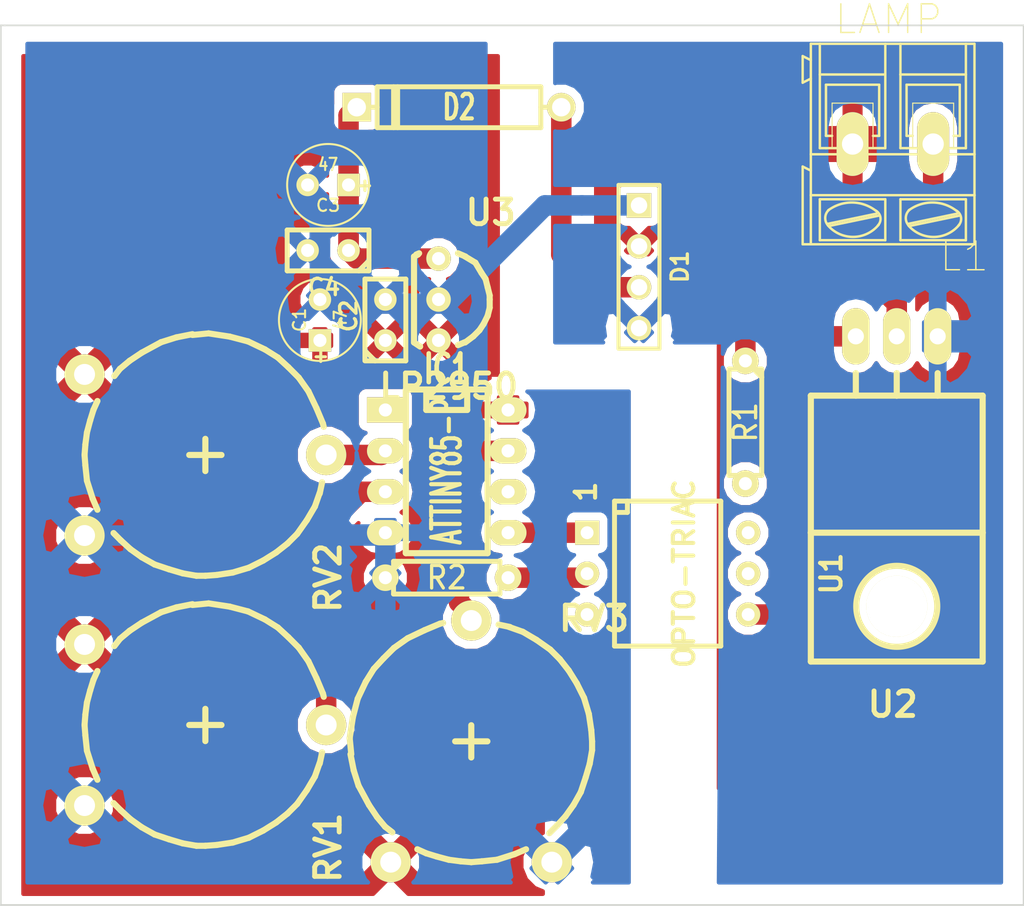
<source format=kicad_pcb>
(kicad_pcb (version 3) (host pcbnew "(2013-11-11 BZR 4454)-product")

  (general
    (links 31)
    (no_connects 1)
    (area 141.427999 70.307999 205.028001 125.018001)
    (thickness 1.6)
    (drawings 5)
    (tracks 49)
    (zones 0)
    (modules 16)
    (nets 19)
  )

  (page A4)
  (layers
    (15 F.Cu signal)
    (0 B.Cu signal)
    (16 B.Adhes user)
    (17 F.Adhes user)
    (18 B.Paste user)
    (19 F.Paste user)
    (20 B.SilkS user)
    (21 F.SilkS user)
    (22 B.Mask user)
    (23 F.Mask user)
    (24 Dwgs.User user)
    (25 Cmts.User user)
    (26 Eco1.User user)
    (27 Eco2.User user)
    (28 Edge.Cuts user)
  )

  (setup
    (last_trace_width 1.27)
    (trace_clearance 0.254)
    (zone_clearance 0.508)
    (zone_45_only no)
    (trace_min 0.254)
    (segment_width 0.2)
    (edge_width 0.1)
    (via_size 0.889)
    (via_drill 0.635)
    (via_min_size 0.889)
    (via_min_drill 0.508)
    (uvia_size 0.508)
    (uvia_drill 0.127)
    (uvias_allowed no)
    (uvia_min_size 0.508)
    (uvia_min_drill 0.127)
    (pcb_text_width 0.3)
    (pcb_text_size 1.5 1.5)
    (mod_edge_width 0.15)
    (mod_text_size 1 1)
    (mod_text_width 0.15)
    (pad_size 2.49936 2.49936)
    (pad_drill 1.30048)
    (pad_to_mask_clearance 0)
    (aux_axis_origin 147.066 121.158)
    (grid_origin 147.066 121.158)
    (visible_elements FFFFFF7F)
    (pcbplotparams
      (layerselection 3178497)
      (usegerberextensions true)
      (excludeedgelayer true)
      (linewidth 0.150000)
      (plotframeref false)
      (viasonmask false)
      (mode 1)
      (useauxorigin false)
      (hpglpennumber 1)
      (hpglpenspeed 20)
      (hpglpendiameter 15)
      (hpglpenoverlay 2)
      (psnegative false)
      (psa4output false)
      (plotreference true)
      (plotvalue true)
      (plotothertext true)
      (plotinvisibletext false)
      (padsonsilk false)
      (subtractmaskfromsilk false)
      (outputformat 1)
      (mirror false)
      (drillshape 1)
      (scaleselection 1)
      (outputdirectory ""))
  )

  (net 0 "")
  (net 1 +12V)
  (net 2 +9V)
  (net 3 -12V)
  (net 4 GND)
  (net 5 "Net-(D1-Pad3)")
  (net 6 "Net-(IC1-Pad1)")
  (net 7 "Net-(IC1-Pad2)")
  (net 8 "Net-(IC1-Pad3)")
  (net 9 "Net-(IC1-Pad5)")
  (net 10 "Net-(IC1-Pad6)")
  (net 11 "Net-(IC1-Pad7)")
  (net 12 "Net-(L1-Pad1)")
  (net 13 "Net-(R1-Pad2)")
  (net 14 "Net-(R2-Pad2)")
  (net 15 "Net-(U1-Pad3)")
  (net 16 "Net-(U1-Pad4)")
  (net 17 "Net-(U1-Pad5)")
  (net 18 VCC)

  (net_class Default "This is the default net class."
    (clearance 0.254)
    (trace_width 1.27)
    (via_dia 0.889)
    (via_drill 0.635)
    (uvia_dia 0.508)
    (uvia_drill 0.127)
    (add_net "")
    (add_net +12V)
    (add_net +9V)
    (add_net -12V)
    (add_net GND)
    (add_net "Net-(D1-Pad3)")
    (add_net "Net-(IC1-Pad1)")
    (add_net "Net-(IC1-Pad2)")
    (add_net "Net-(IC1-Pad3)")
    (add_net "Net-(IC1-Pad5)")
    (add_net "Net-(IC1-Pad6)")
    (add_net "Net-(IC1-Pad7)")
    (add_net "Net-(L1-Pad1)")
    (add_net "Net-(R1-Pad2)")
    (add_net "Net-(R2-Pad2)")
    (add_net "Net-(U1-Pad3)")
    (add_net "Net-(U1-Pad4)")
    (add_net "Net-(U1-Pad5)")
    (add_net VCC)
  )

  (module pin_array:PIN_ARRAY_4x1 (layer F.Cu) (tedit 4C10F42E) (tstamp 536054BF)
    (at 181.102 85.344 270)
    (descr "Double rangee de contacts 2 x 5 pins")
    (tags CONN)
    (path /5350C399)
    (fp_text reference D1 (at 0 -2.54 270) (layer F.SilkS)
      (effects (font (size 1.016 1.016) (thickness 0.2032)))
    )
    (fp_text value BRIDGE (at 0 2.54 270) (layer F.SilkS) hide
      (effects (font (size 1.016 1.016) (thickness 0.2032)))
    )
    (fp_line (start 5.08 1.27) (end -5.08 1.27) (layer F.SilkS) (width 0.254))
    (fp_line (start 5.08 -1.27) (end -5.08 -1.27) (layer F.SilkS) (width 0.254))
    (fp_line (start -5.08 -1.27) (end -5.08 1.27) (layer F.SilkS) (width 0.254))
    (fp_line (start 5.08 1.27) (end 5.08 -1.27) (layer F.SilkS) (width 0.254))
    (pad 1 thru_hole rect (at -3.81 0 270) (size 1.524 1.524) (drill 1.016) (layers *.Cu *.Mask F.SilkS)
      (net 4 GND))
    (pad 2 thru_hole circle (at -1.27 0 270) (size 1.524 1.524) (drill 1.016) (layers *.Cu *.Mask F.SilkS)
      (net 1 +12V))
    (pad 3 thru_hole circle (at 1.27 0 270) (size 1.524 1.524) (drill 1.016) (layers *.Cu *.Mask F.SilkS)
      (net 5 "Net-(D1-Pad3)"))
    (pad 4 thru_hole circle (at 3.81 0 270) (size 1.524 1.524) (drill 1.016) (layers *.Cu *.Mask F.SilkS)
      (net 3 -12V))
    (model pin_array\pins_array_4x1.wrl
      (at (xyz 0 0 0))
      (scale (xyz 1 1 1))
      (rotate (xyz 0 0 0))
    )
  )

  (module dip_sockets:DIP-8__300_ELL (layer F.Cu) (tedit 200000) (tstamp 53607DBF)
    (at 169.164 98.044 270)
    (descr "8 pins DIL package, elliptical pads")
    (tags DIL)
    (path /5350C1D5)
    (fp_text reference IC1 (at -6.35 0 360) (layer F.SilkS)
      (effects (font (size 1.778 1.143) (thickness 0.3048)))
    )
    (fp_text value ATTINY85-P (at 0 0 270) (layer F.SilkS)
      (effects (font (size 1.778 1.016) (thickness 0.3048)))
    )
    (fp_line (start -5.08 -1.27) (end -3.81 -1.27) (layer F.SilkS) (width 0.381))
    (fp_line (start -3.81 -1.27) (end -3.81 1.27) (layer F.SilkS) (width 0.381))
    (fp_line (start -3.81 1.27) (end -5.08 1.27) (layer F.SilkS) (width 0.381))
    (fp_line (start -5.08 -2.54) (end 5.08 -2.54) (layer F.SilkS) (width 0.381))
    (fp_line (start 5.08 -2.54) (end 5.08 2.54) (layer F.SilkS) (width 0.381))
    (fp_line (start 5.08 2.54) (end -5.08 2.54) (layer F.SilkS) (width 0.381))
    (fp_line (start -5.08 2.54) (end -5.08 -2.54) (layer F.SilkS) (width 0.381))
    (pad 1 thru_hole rect (at -3.81 3.81 270) (size 1.5748 2.286) (drill 0.8128) (layers *.Cu *.Mask F.SilkS)
      (net 6 "Net-(IC1-Pad1)"))
    (pad 2 thru_hole oval (at -1.27 3.81 270) (size 1.5748 2.286) (drill 0.8128) (layers *.Cu *.Mask F.SilkS)
      (net 7 "Net-(IC1-Pad2)"))
    (pad 3 thru_hole oval (at 1.27 3.81 270) (size 1.5748 2.286) (drill 0.8128) (layers *.Cu *.Mask F.SilkS)
      (net 8 "Net-(IC1-Pad3)"))
    (pad 4 thru_hole oval (at 3.81 3.81 270) (size 1.5748 2.286) (drill 0.8128) (layers *.Cu *.Mask F.SilkS)
      (net 4 GND))
    (pad 5 thru_hole oval (at 3.81 -3.81 270) (size 1.5748 2.286) (drill 0.8128) (layers *.Cu *.Mask F.SilkS)
      (net 9 "Net-(IC1-Pad5)"))
    (pad 6 thru_hole oval (at 1.27 -3.81 270) (size 1.5748 2.286) (drill 0.8128) (layers *.Cu *.Mask F.SilkS)
      (net 10 "Net-(IC1-Pad6)"))
    (pad 7 thru_hole oval (at -1.27 -3.81 270) (size 1.5748 2.286) (drill 0.8128) (layers *.Cu *.Mask F.SilkS)
      (net 11 "Net-(IC1-Pad7)"))
    (pad 8 thru_hole oval (at -3.81 -3.81 270) (size 1.5748 2.286) (drill 0.8128) (layers *.Cu *.Mask F.SilkS)
      (net 18 VCC))
    (model dil/dil_8.wrl
      (at (xyz 0 0 0))
      (scale (xyz 1 1 1))
      (rotate (xyz 0 0 0))
    )
  )

  (module connect:AK300-2 (layer F.Cu) (tedit 4C5EE07C) (tstamp 53605529)
    (at 196.85 77.724 180)
    (descr CONNECTOR)
    (tags CONNECTOR)
    (path /5350C32F)
    (attr virtual)
    (fp_text reference L1 (at -4.445 -6.985 180) (layer F.SilkS)
      (effects (font (size 1.778 1.778) (thickness 0.0889)))
    )
    (fp_text value LAMP (at 0.254 7.747 180) (layer F.SilkS)
      (effects (font (size 1.778 1.778) (thickness 0.0889)))
    )
    (fp_line (start -3.7846 2.54) (end -1.2446 2.54) (layer F.SilkS) (width 0.06604))
    (fp_line (start -1.2446 2.54) (end -1.2446 -0.254) (layer F.SilkS) (width 0.06604))
    (fp_line (start -3.7846 -0.254) (end -1.2446 -0.254) (layer F.SilkS) (width 0.06604))
    (fp_line (start -3.7846 2.54) (end -3.7846 -0.254) (layer F.SilkS) (width 0.06604))
    (fp_line (start 1.2192 2.54) (end 3.7592 2.54) (layer F.SilkS) (width 0.06604))
    (fp_line (start 3.7592 2.54) (end 3.7592 -0.254) (layer F.SilkS) (width 0.06604))
    (fp_line (start 1.2192 -0.254) (end 3.7592 -0.254) (layer F.SilkS) (width 0.06604))
    (fp_line (start 1.2192 2.54) (end 1.2192 -0.254) (layer F.SilkS) (width 0.06604))
    (fp_line (start 5.08 -6.223) (end 5.08 -3.175) (layer F.SilkS) (width 0.1524))
    (fp_line (start 5.08 -6.223) (end -5.08 -6.223) (layer F.SilkS) (width 0.1524))
    (fp_line (start 5.08 -6.223) (end 5.588 -6.223) (layer F.SilkS) (width 0.1524))
    (fp_line (start 5.588 -6.223) (end 5.588 -1.397) (layer F.SilkS) (width 0.1524))
    (fp_line (start 5.588 -1.397) (end 5.08 -1.651) (layer F.SilkS) (width 0.1524))
    (fp_line (start 5.588 5.461) (end 5.08 5.207) (layer F.SilkS) (width 0.1524))
    (fp_line (start 5.08 5.207) (end 5.08 6.223) (layer F.SilkS) (width 0.1524))
    (fp_line (start 5.588 3.81) (end 5.08 4.064) (layer F.SilkS) (width 0.1524))
    (fp_line (start 5.08 4.064) (end 5.08 5.207) (layer F.SilkS) (width 0.1524))
    (fp_line (start 5.588 3.81) (end 5.588 5.461) (layer F.SilkS) (width 0.1524))
    (fp_line (start 0.4572 6.223) (end 0.4572 4.318) (layer F.SilkS) (width 0.1524))
    (fp_line (start 4.5212 -0.254) (end 4.5212 4.318) (layer F.SilkS) (width 0.1524))
    (fp_line (start 0.4572 6.223) (end 4.5212 6.223) (layer F.SilkS) (width 0.1524))
    (fp_line (start 4.5212 6.223) (end 5.08 6.223) (layer F.SilkS) (width 0.1524))
    (fp_line (start -0.4826 6.223) (end -0.4826 4.318) (layer F.SilkS) (width 0.1524))
    (fp_line (start -0.4826 6.223) (end 0.4572 6.223) (layer F.SilkS) (width 0.1524))
    (fp_line (start -4.5466 -0.254) (end -4.5466 4.318) (layer F.SilkS) (width 0.1524))
    (fp_line (start -5.08 6.223) (end -4.5466 6.223) (layer F.SilkS) (width 0.1524))
    (fp_line (start -4.5466 6.223) (end -0.4826 6.223) (layer F.SilkS) (width 0.1524))
    (fp_line (start 0.4572 4.318) (end 4.5212 4.318) (layer F.SilkS) (width 0.1524))
    (fp_line (start 0.4572 4.318) (end 0.4572 -0.254) (layer F.SilkS) (width 0.1524))
    (fp_line (start 4.5212 4.318) (end 4.5212 6.223) (layer F.SilkS) (width 0.1524))
    (fp_line (start -0.4826 4.318) (end -4.5466 4.318) (layer F.SilkS) (width 0.1524))
    (fp_line (start -0.4826 4.318) (end -0.4826 -0.254) (layer F.SilkS) (width 0.1524))
    (fp_line (start -4.5466 4.318) (end -4.5466 6.223) (layer F.SilkS) (width 0.1524))
    (fp_line (start 4.1402 3.683) (end 4.1402 0.508) (layer F.SilkS) (width 0.1524))
    (fp_line (start 4.1402 3.683) (end 0.8382 3.683) (layer F.SilkS) (width 0.1524))
    (fp_line (start 0.8382 3.683) (end 0.8382 0.508) (layer F.SilkS) (width 0.1524))
    (fp_line (start -0.8636 3.683) (end -0.8636 0.508) (layer F.SilkS) (width 0.1524))
    (fp_line (start -0.8636 3.683) (end -4.1656 3.683) (layer F.SilkS) (width 0.1524))
    (fp_line (start -4.1656 3.683) (end -4.1656 0.508) (layer F.SilkS) (width 0.1524))
    (fp_line (start -4.1656 0.508) (end -3.7846 0.508) (layer F.SilkS) (width 0.1524))
    (fp_line (start -0.8636 0.508) (end -1.2446 0.508) (layer F.SilkS) (width 0.1524))
    (fp_line (start 0.8382 0.508) (end 1.2192 0.508) (layer F.SilkS) (width 0.1524))
    (fp_line (start 4.1402 0.508) (end 3.7592 0.508) (layer F.SilkS) (width 0.1524))
    (fp_line (start -5.08 6.223) (end -5.08 -0.635) (layer F.SilkS) (width 0.1524))
    (fp_line (start -5.08 -0.635) (end -5.08 -3.175) (layer F.SilkS) (width 0.1524))
    (fp_line (start 5.08 -1.651) (end 5.08 -0.635) (layer F.SilkS) (width 0.1524))
    (fp_line (start 5.08 -0.635) (end 5.08 4.064) (layer F.SilkS) (width 0.1524))
    (fp_line (start -5.08 -3.175) (end 5.08 -3.175) (layer F.SilkS) (width 0.1524))
    (fp_line (start -5.08 -3.175) (end -5.08 -6.223) (layer F.SilkS) (width 0.1524))
    (fp_line (start 5.08 -3.175) (end 5.08 -1.651) (layer F.SilkS) (width 0.1524))
    (fp_line (start 0.4572 -3.429) (end 0.4572 -5.969) (layer F.SilkS) (width 0.1524))
    (fp_line (start 0.4572 -5.969) (end 4.5212 -5.969) (layer F.SilkS) (width 0.1524))
    (fp_line (start 4.5212 -5.969) (end 4.5212 -3.429) (layer F.SilkS) (width 0.1524))
    (fp_line (start 4.5212 -3.429) (end 0.4572 -3.429) (layer F.SilkS) (width 0.1524))
    (fp_line (start -0.4826 -3.429) (end -0.4826 -5.969) (layer F.SilkS) (width 0.1524))
    (fp_line (start -0.4826 -3.429) (end -4.5466 -3.429) (layer F.SilkS) (width 0.1524))
    (fp_line (start -4.5466 -3.429) (end -4.5466 -5.969) (layer F.SilkS) (width 0.1524))
    (fp_line (start -0.4826 -5.969) (end -4.5466 -5.969) (layer F.SilkS) (width 0.1524))
    (fp_line (start 0.8636 -4.445) (end 3.9116 -5.08) (layer F.SilkS) (width 0.1524))
    (fp_line (start 0.9906 -4.318) (end 4.0386 -4.953) (layer F.SilkS) (width 0.1524))
    (fp_line (start -4.1402 -4.445) (end -1.08966 -5.08) (layer F.SilkS) (width 0.1524))
    (fp_line (start -4.0132 -4.318) (end -0.9652 -4.953) (layer F.SilkS) (width 0.1524))
    (fp_line (start -4.5466 -0.254) (end -4.1656 -0.254) (layer F.SilkS) (width 0.1524))
    (fp_line (start -0.4826 -0.254) (end -0.8636 -0.254) (layer F.SilkS) (width 0.1524))
    (fp_line (start -0.8636 -0.254) (end -4.1656 -0.254) (layer F.SilkS) (width 0.1524))
    (fp_line (start -5.08 -0.635) (end -4.1656 -0.635) (layer F.SilkS) (width 0.1524))
    (fp_line (start -4.1656 -0.635) (end -0.8636 -0.635) (layer F.SilkS) (width 0.1524))
    (fp_line (start -0.8636 -0.635) (end 0.8382 -0.635) (layer F.SilkS) (width 0.1524))
    (fp_line (start 5.08 -0.635) (end 4.1402 -0.635) (layer F.SilkS) (width 0.1524))
    (fp_line (start 4.1402 -0.635) (end 0.8382 -0.635) (layer F.SilkS) (width 0.1524))
    (fp_line (start 4.5212 -0.254) (end 4.1402 -0.254) (layer F.SilkS) (width 0.1524))
    (fp_line (start 0.4572 -0.254) (end 0.8382 -0.254) (layer F.SilkS) (width 0.1524))
    (fp_line (start 0.8382 -0.254) (end 4.1402 -0.254) (layer F.SilkS) (width 0.1524))
    (fp_arc (start 3.5052 -4.59486) (end 4.01066 -5.05206) (angle 90.5) (layer F.SilkS) (width 0.1524))
    (fp_arc (start 2.54 -6.0706) (end 4.00304 -4.11734) (angle 75.5) (layer F.SilkS) (width 0.1524))
    (fp_arc (start 2.46126 -3.7084) (end 0.8636 -5.0038) (angle 100) (layer F.SilkS) (width 0.1524))
    (fp_arc (start 1.3462 -4.64566) (end 1.05664 -4.1275) (angle 104.2) (layer F.SilkS) (width 0.1524))
    (fp_arc (start -1.4986 -4.59486) (end -0.9906 -5.05206) (angle 90.5) (layer F.SilkS) (width 0.1524))
    (fp_arc (start -2.46126 -6.0706) (end -0.99822 -4.11734) (angle 75.5) (layer F.SilkS) (width 0.1524))
    (fp_arc (start -2.53746 -3.7084) (end -4.1402 -5.0038) (angle 100) (layer F.SilkS) (width 0.1524))
    (fp_arc (start -3.6576 -4.64566) (end -3.94462 -4.1275) (angle 104.2) (layer F.SilkS) (width 0.1524))
    (pad 1 thru_hole oval (at -2.5146 0 180) (size 1.9812 3.9624) (drill 1.3208) (layers *.Cu F.Paste F.SilkS F.Mask)
      (net 12 "Net-(L1-Pad1)"))
    (pad 2 thru_hole oval (at 2.4892 0 180) (size 1.9812 3.9624) (drill 1.3208) (layers *.Cu F.Paste F.SilkS F.Mask)
      (net 1 +12V))
  )

  (module discret:R3-LARGE_PADS (layer F.Cu) (tedit 47E26765) (tstamp 53605537)
    (at 187.706 94.996 270)
    (descr "Resitance 3 pas")
    (tags R)
    (path /5350C20D)
    (autoplace_cost180 10)
    (fp_text reference R1 (at 0 0 270) (layer F.SilkS)
      (effects (font (size 1.397 1.27) (thickness 0.2032)))
    )
    (fp_text value 100 (at 0 0 270) (layer F.SilkS) hide
      (effects (font (size 1.397 1.27) (thickness 0.2032)))
    )
    (fp_line (start -3.81 0) (end -3.302 0) (layer F.SilkS) (width 0.3048))
    (fp_line (start 3.81 0) (end 3.302 0) (layer F.SilkS) (width 0.3048))
    (fp_line (start 3.302 0) (end 3.302 -1.016) (layer F.SilkS) (width 0.3048))
    (fp_line (start 3.302 -1.016) (end -3.302 -1.016) (layer F.SilkS) (width 0.3048))
    (fp_line (start -3.302 -1.016) (end -3.302 1.016) (layer F.SilkS) (width 0.3048))
    (fp_line (start -3.302 1.016) (end 3.302 1.016) (layer F.SilkS) (width 0.3048))
    (fp_line (start 3.302 1.016) (end 3.302 0) (layer F.SilkS) (width 0.3048))
    (fp_line (start -3.302 -0.508) (end -2.794 -1.016) (layer F.SilkS) (width 0.3048))
    (pad 1 thru_hole circle (at -3.81 0 270) (size 1.651 1.651) (drill 0.8128) (layers *.Cu *.Mask F.SilkS)
      (net 12 "Net-(L1-Pad1)"))
    (pad 2 thru_hole circle (at 3.81 0 270) (size 1.651 1.651) (drill 0.8128) (layers *.Cu *.Mask F.SilkS)
      (net 13 "Net-(R1-Pad2)"))
    (model discret/resistor.wrl
      (at (xyz 0 0 0))
      (scale (xyz 0.3 0.3 0.3))
      (rotate (xyz 0 0 0))
    )
  )

  (module discret:R3-LARGE_PADS (layer F.Cu) (tedit 47E26765) (tstamp 53605545)
    (at 169.164 104.648)
    (descr "Resitance 3 pas")
    (tags R)
    (path /53588C7B)
    (autoplace_cost180 10)
    (fp_text reference R2 (at 0 0) (layer F.SilkS)
      (effects (font (size 1.397 1.27) (thickness 0.2032)))
    )
    (fp_text value 330 (at 0 0) (layer F.SilkS) hide
      (effects (font (size 1.397 1.27) (thickness 0.2032)))
    )
    (fp_line (start -3.81 0) (end -3.302 0) (layer F.SilkS) (width 0.3048))
    (fp_line (start 3.81 0) (end 3.302 0) (layer F.SilkS) (width 0.3048))
    (fp_line (start 3.302 0) (end 3.302 -1.016) (layer F.SilkS) (width 0.3048))
    (fp_line (start 3.302 -1.016) (end -3.302 -1.016) (layer F.SilkS) (width 0.3048))
    (fp_line (start -3.302 -1.016) (end -3.302 1.016) (layer F.SilkS) (width 0.3048))
    (fp_line (start -3.302 1.016) (end 3.302 1.016) (layer F.SilkS) (width 0.3048))
    (fp_line (start 3.302 1.016) (end 3.302 0) (layer F.SilkS) (width 0.3048))
    (fp_line (start -3.302 -0.508) (end -2.794 -1.016) (layer F.SilkS) (width 0.3048))
    (pad 1 thru_hole circle (at -3.81 0) (size 1.651 1.651) (drill 0.8128) (layers *.Cu *.Mask F.SilkS)
      (net 4 GND))
    (pad 2 thru_hole circle (at 3.81 0) (size 1.651 1.651) (drill 0.8128) (layers *.Cu *.Mask F.SilkS)
      (net 14 "Net-(R2-Pad2)"))
    (model discret/resistor.wrl
      (at (xyz 0 0 0))
      (scale (xyz 0.3 0.3 0.3))
      (rotate (xyz 0 0 0))
    )
  )

  (module Opto-Devices_RevC_03Oct2012:Optocoupler_6pin_wide_Stile-II_RevA_31Mar2011 (layer F.Cu) (tedit 53607710) (tstamp 5360559B)
    (at 182.88 104.394 270)
    (descr "Optocoupler, 6pin,  wide (10mm pin, 8mm Pad), like CNY17, RevA, 31Mar2011")
    (tags "Optocoupler, 6pin,  wide (10mm pin, 8mm Pad), like CNY17, RevA, 31Mar2011")
    (path /5350C1A2)
    (fp_text reference U1 (at 0 -10.16 270) (layer F.SilkS)
      (effects (font (size 1.27 1.27) (thickness 0.254)))
    )
    (fp_text value OPTO-TRIAC (at 0 -1.016 270) (layer F.SilkS)
      (effects (font (size 1.27 1.27) (thickness 0.254)))
    )
    (fp_text user 1 (at -5.08 5.08 270) (layer F.SilkS)
      (effects (font (size 1.27 1.27) (thickness 0.254)))
    )
    (fp_line (start -4.50088 2.49936) (end -3.79984 2.49936) (layer F.SilkS) (width 0.3048))
    (fp_line (start -3.79984 2.49936) (end -3.79984 3.2004) (layer F.SilkS) (width 0.3048))
    (fp_line (start -4.50088 -3.29946) (end 4.50088 -3.29946) (layer F.SilkS) (width 0.3048))
    (fp_line (start 4.50088 -3.29946) (end 4.50088 3.29946) (layer F.SilkS) (width 0.3048))
    (fp_line (start 4.50088 3.29946) (end -4.50088 3.29946) (layer F.SilkS) (width 0.3048))
    (fp_line (start -4.50088 3.29946) (end -4.50088 -3.29946) (layer F.SilkS) (width 0.3048))
    (pad 1 thru_hole rect (at -2.54 5.00126 270) (size 1.50114 1.50114) (drill 0.8001) (layers *.Cu *.Mask F.SilkS)
      (net 9 "Net-(IC1-Pad5)"))
    (pad 2 thru_hole circle (at 0 5.00126 270) (size 1.50114 1.50114) (drill 0.8001) (layers *.Cu *.Mask F.SilkS)
      (net 14 "Net-(R2-Pad2)"))
    (pad 3 thru_hole circle (at 2.54 5.00126 270) (size 1.50114 1.50114) (drill 0.8001) (layers *.Cu *.Mask F.SilkS)
      (net 15 "Net-(U1-Pad3)"))
    (pad 4 thru_hole circle (at 2.54 -4.99872 270) (size 1.50114 1.50114) (drill 0.8001) (layers *.Cu *.Mask F.SilkS)
      (net 16 "Net-(U1-Pad4)"))
    (pad 5 thru_hole circle (at 0 -4.99872 270) (size 1.50114 1.50114) (drill 0.8001) (layers *.Cu *.Mask F.SilkS)
      (net 17 "Net-(U1-Pad5)"))
    (pad 6 thru_hole circle (at -2.54 -4.99872 270) (size 1.50114 1.50114) (drill 0.8001) (layers *.Cu *.Mask F.SilkS)
      (net 13 "Net-(R1-Pad2)"))
  )

  (module Transistor_TO-220_RevB_03Sep2012:TO-220_Neutral123_Horizontal_LargePads (layer F.Cu) (tedit 5044FDE9) (tstamp 536055AF)
    (at 197.104 89.662 180)
    (descr "TO-220, Neutral, Horizontal, Large Pads,")
    (tags "TO-220, Neutral, Horizontal, Large Pads,")
    (path /5350C1F3)
    (fp_text reference U2 (at 0.24892 -22.84984 180) (layer F.SilkS)
      (effects (font (thickness 0.3048)))
    )
    (fp_text value TRIAC (at -0.20066 4.24942 180) (layer F.SilkS) hide
      (effects (font (thickness 0.3048)))
    )
    (fp_line (start -2.54 -3.683) (end -2.54 -2.286) (layer F.SilkS) (width 0.381))
    (fp_line (start 0 -3.683) (end 0 -2.286) (layer F.SilkS) (width 0.381))
    (fp_line (start 2.54 -3.683) (end 2.54 -2.286) (layer F.SilkS) (width 0.381))
    (fp_circle (center 0 -16.764) (end 1.778 -14.986) (layer F.SilkS) (width 0.381))
    (fp_line (start 5.334 -12.192) (end 5.334 -20.193) (layer F.SilkS) (width 0.381))
    (fp_line (start 5.334 -20.193) (end -5.334 -20.193) (layer F.SilkS) (width 0.381))
    (fp_line (start -5.334 -20.193) (end -5.334 -12.192) (layer F.SilkS) (width 0.381))
    (fp_line (start 5.334 -3.683) (end 5.334 -12.192) (layer F.SilkS) (width 0.381))
    (fp_line (start 5.334 -12.192) (end -5.334 -12.192) (layer F.SilkS) (width 0.381))
    (fp_line (start -5.334 -12.192) (end -5.334 -3.683) (layer F.SilkS) (width 0.381))
    (fp_line (start 0 -3.683) (end -5.334 -3.683) (layer F.SilkS) (width 0.381))
    (fp_line (start 0 -3.683) (end 5.334 -3.683) (layer F.SilkS) (width 0.381))
    (pad 2 thru_hole oval (at 0 0 270) (size 3.50012 1.69926) (drill 1.00076) (layers *.Cu *.Mask F.SilkS)
      (net 12 "Net-(L1-Pad1)"))
    (pad 1 thru_hole oval (at -2.54 0 270) (size 3.50012 1.69926) (drill 1.00076) (layers *.Cu *.Mask F.SilkS)
      (net 3 -12V))
    (pad 3 thru_hole oval (at 2.54 0 270) (size 3.50012 1.69926) (drill 1.00076) (layers *.Cu *.Mask F.SilkS)
      (net 16 "Net-(U1-Pad4)"))
    (pad "" np_thru_hole circle (at 0 -16.764 270) (size 3.79984 3.79984) (drill 3.79984) (layers *.Cu *.Mask F.SilkS))
    (model Transistor_TO-220_Wings3d_RevB_03Sep2012/TO220-Horizontal_RevB_Faktor03937_03Sep2012.wrl
      (at (xyz 0 0 0))
      (scale (xyz 0.3937 0.3937 0.3937))
      (rotate (xyz 0 0 0))
    )
  )

  (module TO-92_Housings_06Jun2013:TO-92-Free-inline-wide (layer F.Cu) (tedit 4BAE264F) (tstamp 53607DD9)
    (at 168.656 87.376)
    (descr "TO-92 allgemein free inline wide drill 0,8mm")
    (tags "TO-92 allgemein free inline wide drill 0,8mm")
    (path /53588AD3)
    (fp_text reference U3 (at 3.2385 -5.3975) (layer F.SilkS)
      (effects (font (thickness 0.3048)))
    )
    (fp_text value LP2950 (at 0.635 5.3975) (layer F.SilkS)
      (effects (font (thickness 0.3048)))
    )
    (fp_line (start -1.524 2.667) (end -1.143 2.921) (layer F.SilkS) (width 0.381))
    (fp_line (start 1.6764 -2.667) (end 1.2065 -2.8702) (layer F.SilkS) (width 0.381))
    (fp_line (start -1.3843 -2.794) (end -1.2065 -2.8702) (layer F.SilkS) (width 0.381))
    (fp_line (start 1.6256 2.6543) (end 1.2065 2.8321) (layer F.SilkS) (width 0.381))
    (fp_line (start 3.175 0) (end 3.175 0.508) (layer F.SilkS) (width 0.381))
    (fp_line (start 3.175 0.508) (end 3.048 1.016) (layer F.SilkS) (width 0.381))
    (fp_line (start 3.048 1.016) (end 2.794 1.524) (layer F.SilkS) (width 0.381))
    (fp_line (start 2.794 1.524) (end 2.54 1.905) (layer F.SilkS) (width 0.381))
    (fp_line (start 2.54 1.905) (end 2.159 2.286) (layer F.SilkS) (width 0.381))
    (fp_line (start 2.159 2.286) (end 1.651 2.667) (layer F.SilkS) (width 0.381))
    (fp_line (start 1.651 -2.667) (end 2.286 -2.286) (layer F.SilkS) (width 0.381))
    (fp_line (start 2.286 -2.286) (end 2.667 -1.651) (layer F.SilkS) (width 0.381))
    (fp_line (start 2.667 -1.651) (end 2.921 -1.27) (layer F.SilkS) (width 0.381))
    (fp_line (start 2.921 -1.27) (end 3.048 -0.762) (layer F.SilkS) (width 0.381))
    (fp_line (start 3.048 -0.762) (end 3.175 -0.254) (layer F.SilkS) (width 0.381))
    (fp_line (start 3.175 -0.254) (end 3.175 0) (layer F.SilkS) (width 0.381))
    (fp_line (start -1.524 -2.667) (end -1.27 -2.794) (layer F.SilkS) (width 0.381))
    (fp_line (start -1.524 -2.667) (end -1.524 2.667) (layer F.SilkS) (width 0.381))
    (pad 2 thru_hole circle (at 0 0) (size 1.524 1.524) (drill 0.8128) (layers *.Cu *.Mask F.SilkS)
      (net 4 GND))
    (pad 3 thru_hole circle (at 0 2.54) (size 1.524 1.524) (drill 0.8128) (layers *.Cu *.Mask F.SilkS)
      (net 18 VCC))
    (pad 1 thru_hole circle (at 0 -2.54) (size 1.524 1.524) (drill 0.8128) (layers *.Cu *.Mask F.SilkS)
      (net 2 +9V))
  )

  (module discret:C1V5 (layer F.Cu) (tedit 3E070CF4) (tstamp 53607F66)
    (at 161.29 88.646 90)
    (descr "Condensateur e = 1 pas")
    (tags C)
    (path /53606228)
    (fp_text reference C1 (at 0 -1.26746 90) (layer F.SilkS)
      (effects (font (size 0.762 0.762) (thickness 0.127)))
    )
    (fp_text value 47 (at 0 1.27 90) (layer F.SilkS)
      (effects (font (size 0.762 0.635) (thickness 0.127)))
    )
    (fp_text user + (at -2.286 0 90) (layer F.SilkS)
      (effects (font (size 0.762 0.762) (thickness 0.2032)))
    )
    (fp_circle (center 0 0) (end 0.127 -2.54) (layer F.SilkS) (width 0.127))
    (pad 1 thru_hole rect (at -1.27 0 90) (size 1.397 1.397) (drill 0.8128) (layers *.Cu *.Mask F.SilkS)
      (net 18 VCC))
    (pad 2 thru_hole circle (at 1.27 0 90) (size 1.397 1.397) (drill 0.8128) (layers *.Cu *.Mask F.SilkS)
      (net 4 GND))
    (model discret/c_vert_c1v5.wrl
      (at (xyz 0 0 0))
      (scale (xyz 1 1 1))
      (rotate (xyz 0 0 0))
    )
  )

  (module discret:C1 (layer F.Cu) (tedit 3F92C496) (tstamp 53607DFD)
    (at 165.354 88.646 90)
    (descr "Condensateur e = 1 pas")
    (tags C)
    (path /536061E3)
    (fp_text reference C2 (at 0.254 -2.286 90) (layer F.SilkS)
      (effects (font (size 1.016 1.016) (thickness 0.2032)))
    )
    (fp_text value 0.1 (at 0 -2.286 90) (layer F.SilkS) hide
      (effects (font (size 1.016 1.016) (thickness 0.2032)))
    )
    (fp_line (start -2.4892 -1.27) (end 2.54 -1.27) (layer F.SilkS) (width 0.3048))
    (fp_line (start 2.54 -1.27) (end 2.54 1.27) (layer F.SilkS) (width 0.3048))
    (fp_line (start 2.54 1.27) (end -2.54 1.27) (layer F.SilkS) (width 0.3048))
    (fp_line (start -2.54 1.27) (end -2.54 -1.27) (layer F.SilkS) (width 0.3048))
    (fp_line (start -2.54 -0.635) (end -1.905 -1.27) (layer F.SilkS) (width 0.3048))
    (pad 1 thru_hole circle (at -1.27 0 90) (size 1.397 1.397) (drill 0.8128) (layers *.Cu *.Mask F.SilkS)
      (net 18 VCC))
    (pad 2 thru_hole circle (at 1.27 0 90) (size 1.397 1.397) (drill 0.8128) (layers *.Cu *.Mask F.SilkS)
      (net 4 GND))
    (model discret/capa_1_pas.wrl
      (at (xyz 0 0 0))
      (scale (xyz 1 1 1))
      (rotate (xyz 0 0 0))
    )
  )

  (module discret:C1V5 (layer F.Cu) (tedit 3E070CF4) (tstamp 536074C6)
    (at 161.798 80.264 180)
    (descr "Condensateur e = 1 pas")
    (tags C)
    (path /53606417)
    (fp_text reference C3 (at 0 -1.26746 180) (layer F.SilkS)
      (effects (font (size 0.762 0.762) (thickness 0.127)))
    )
    (fp_text value 47 (at 0 1.27 180) (layer F.SilkS)
      (effects (font (size 0.762 0.635) (thickness 0.127)))
    )
    (fp_text user + (at -2.286 0 180) (layer F.SilkS)
      (effects (font (size 0.762 0.762) (thickness 0.2032)))
    )
    (fp_circle (center 0 0) (end 0.127 -2.54) (layer F.SilkS) (width 0.127))
    (pad 1 thru_hole rect (at -1.27 0 180) (size 1.397 1.397) (drill 0.8128) (layers *.Cu *.Mask F.SilkS)
      (net 2 +9V))
    (pad 2 thru_hole circle (at 1.27 0 180) (size 1.397 1.397) (drill 0.8128) (layers *.Cu *.Mask F.SilkS)
      (net 4 GND))
    (model discret/c_vert_c1v5.wrl
      (at (xyz 0 0 0))
      (scale (xyz 1 1 1))
      (rotate (xyz 0 0 0))
    )
  )

  (module discret:C1 (layer F.Cu) (tedit 3F92C496) (tstamp 53607DF1)
    (at 161.798 84.328 180)
    (descr "Condensateur e = 1 pas")
    (tags C)
    (path /53606411)
    (fp_text reference C4 (at 0.254 -2.286 180) (layer F.SilkS)
      (effects (font (size 1.016 1.016) (thickness 0.2032)))
    )
    (fp_text value 0.1 (at 0 -2.286 180) (layer F.SilkS) hide
      (effects (font (size 1.016 1.016) (thickness 0.2032)))
    )
    (fp_line (start -2.4892 -1.27) (end 2.54 -1.27) (layer F.SilkS) (width 0.3048))
    (fp_line (start 2.54 -1.27) (end 2.54 1.27) (layer F.SilkS) (width 0.3048))
    (fp_line (start 2.54 1.27) (end -2.54 1.27) (layer F.SilkS) (width 0.3048))
    (fp_line (start -2.54 1.27) (end -2.54 -1.27) (layer F.SilkS) (width 0.3048))
    (fp_line (start -2.54 -0.635) (end -1.905 -1.27) (layer F.SilkS) (width 0.3048))
    (pad 1 thru_hole circle (at -1.27 0 180) (size 1.397 1.397) (drill 0.8128) (layers *.Cu *.Mask F.SilkS)
      (net 2 +9V))
    (pad 2 thru_hole circle (at 1.27 0 180) (size 1.397 1.397) (drill 0.8128) (layers *.Cu *.Mask F.SilkS)
      (net 4 GND))
    (model discret/capa_1_pas.wrl
      (at (xyz 0 0 0))
      (scale (xyz 1 1 1))
      (rotate (xyz 0 0 0))
    )
  )

  (module discret:D5 (layer F.Cu) (tedit 200000) (tstamp 536073AA)
    (at 169.926 75.438 180)
    (descr "Diode 5 pas")
    (tags "DIODE DEV")
    (path /5360638C)
    (fp_text reference D2 (at 0 0 180) (layer F.SilkS)
      (effects (font (size 1.524 1.016) (thickness 0.3048)))
    )
    (fp_text value DIODE (at -0.254 0 180) (layer F.SilkS) hide
      (effects (font (size 1.524 1.016) (thickness 0.3048)))
    )
    (fp_line (start 6.35 0) (end 5.08 0) (layer F.SilkS) (width 0.3048))
    (fp_line (start 5.08 0) (end 5.08 -1.27) (layer F.SilkS) (width 0.3048))
    (fp_line (start 5.08 -1.27) (end -5.08 -1.27) (layer F.SilkS) (width 0.3048))
    (fp_line (start -5.08 -1.27) (end -5.08 0) (layer F.SilkS) (width 0.3048))
    (fp_line (start -5.08 0) (end -6.35 0) (layer F.SilkS) (width 0.3048))
    (fp_line (start -5.08 0) (end -5.08 1.27) (layer F.SilkS) (width 0.3048))
    (fp_line (start -5.08 1.27) (end 5.08 1.27) (layer F.SilkS) (width 0.3048))
    (fp_line (start 5.08 1.27) (end 5.08 0) (layer F.SilkS) (width 0.3048))
    (fp_line (start 3.81 -1.27) (end 3.81 1.27) (layer F.SilkS) (width 0.3048))
    (fp_line (start 4.064 -1.27) (end 4.064 1.27) (layer F.SilkS) (width 0.3048))
    (pad 1 thru_hole circle (at -6.35 0 180) (size 1.778 1.778) (drill 1.143) (layers *.Cu *.Mask F.SilkS)
      (net 5 "Net-(D1-Pad3)"))
    (pad 2 thru_hole rect (at 6.35 0 180) (size 1.778 1.778) (drill 1.143) (layers *.Cu *.Mask F.SilkS)
      (net 2 +9V))
    (model discret/diode.wrl
      (at (xyz 0 0 0))
      (scale (xyz 0.5 0.5 0.5))
      (rotate (xyz 0 0 0))
    )
  )

  (module Potentiometer_RevB_02Aug2010:Potentiometer_Trimmer-Piher_PT15-V15_horizontal_RevA_02Aug2010 (layer F.Cu) (tedit 53607E5F) (tstamp 53607FD4)
    (at 154.178 113.792 270)
    (descr "Potentiometer, Trimmer, Piher, PT15, Type V15, horizontal, Rev A, 02 Aug 2010,")
    (tags "Potentiometer, Trimmer, Piher, PT15, Type V15, horizontal, Rev A, 02 Aug 2010,")
    (path /53588D1F)
    (zone_connect 1)
    (fp_text reference RV1 (at 7.62 -7.62 270) (layer F.SilkS)
      (effects (font (thickness 0.3048)))
    )
    (fp_text value 20k (at 0 11.43 270) (layer F.SilkS) hide
      (effects (font (thickness 0.3048)))
    )
    (fp_line (start -1.95072 -7.29996) (end -1.75006 -7.35076) (layer F.SilkS) (width 0.381))
    (fp_line (start 2.4003 -7.0993) (end 1.69926 -7.24916) (layer F.SilkS) (width 0.381))
    (fp_line (start -3.35026 6.70052) (end -2.79908 6.94944) (layer F.SilkS) (width 0.381))
    (fp_line (start -2.79908 6.94944) (end -2.14884 7.1501) (layer F.SilkS) (width 0.381))
    (fp_line (start -2.14884 7.1501) (end -1.39954 7.35076) (layer F.SilkS) (width 0.381))
    (fp_line (start -1.39954 7.35076) (end -0.65024 7.44982) (layer F.SilkS) (width 0.381))
    (fp_line (start -0.65024 7.44982) (end 0 7.50062) (layer F.SilkS) (width 0.381))
    (fp_line (start 0 7.50062) (end 0.65024 7.44982) (layer F.SilkS) (width 0.381))
    (fp_line (start 0.65024 7.44982) (end 1.6002 7.35076) (layer F.SilkS) (width 0.381))
    (fp_line (start 1.6002 7.35076) (end 2.70002 7.00024) (layer F.SilkS) (width 0.381))
    (fp_line (start 2.70002 7.00024) (end 3.40106 6.70052) (layer F.SilkS) (width 0.381))
    (fp_line (start -7.50062 0.8001) (end -7.29996 1.80086) (layer F.SilkS) (width 0.381))
    (fp_line (start -7.29996 1.80086) (end -7.00024 2.75082) (layer F.SilkS) (width 0.381))
    (fp_line (start -7.00024 2.75082) (end -6.35 3.9497) (layer F.SilkS) (width 0.381))
    (fp_line (start -6.35 3.9497) (end -5.84962 4.699) (layer F.SilkS) (width 0.381))
    (fp_line (start -5.84962 4.699) (end -5.34924 5.30098) (layer F.SilkS) (width 0.381))
    (fp_line (start -5.34924 5.30098) (end -4.89966 5.64896) (layer F.SilkS) (width 0.381))
    (fp_line (start -1.95072 -7.29996) (end -2.90068 -6.90118) (layer F.SilkS) (width 0.381))
    (fp_line (start -2.90068 -6.90118) (end -3.9497 -6.4008) (layer F.SilkS) (width 0.381))
    (fp_line (start -3.9497 -6.4008) (end -4.8006 -5.79882) (layer F.SilkS) (width 0.381))
    (fp_line (start -4.8006 -5.79882) (end -5.45084 -5.15112) (layer F.SilkS) (width 0.381))
    (fp_line (start -5.45084 -5.15112) (end -6.05028 -4.50088) (layer F.SilkS) (width 0.381))
    (fp_line (start -6.05028 -4.50088) (end -6.55066 -3.70078) (layer F.SilkS) (width 0.381))
    (fp_line (start -6.55066 -3.70078) (end -7.05104 -2.64922) (layer F.SilkS) (width 0.381))
    (fp_line (start -7.05104 -2.64922) (end -7.35076 -1.50114) (layer F.SilkS) (width 0.381))
    (fp_line (start -7.35076 -1.50114) (end -7.54888 -0.20066) (layer F.SilkS) (width 0.381))
    (fp_line (start -7.54888 -0.20066) (end -7.44982 0.8001) (layer F.SilkS) (width 0.381))
    (fp_line (start 6.55066 -3.59918) (end 6.05028 -4.39928) (layer F.SilkS) (width 0.381))
    (fp_line (start 6.05028 -4.39928) (end 5.4991 -5.10032) (layer F.SilkS) (width 0.381))
    (fp_line (start 5.4991 -5.10032) (end 4.89966 -5.69976) (layer F.SilkS) (width 0.381))
    (fp_line (start 4.89966 -5.69976) (end 4.04876 -6.2992) (layer F.SilkS) (width 0.381))
    (fp_line (start 4.04876 -6.2992) (end 3.2004 -6.79958) (layer F.SilkS) (width 0.381))
    (fp_line (start 3.2004 -6.79958) (end 2.3495 -7.0993) (layer F.SilkS) (width 0.381))
    (fp_line (start 4.84886 5.69976) (end 5.30098 5.25018) (layer F.SilkS) (width 0.381))
    (fp_line (start 5.30098 5.25018) (end 5.84962 4.65074) (layer F.SilkS) (width 0.381))
    (fp_line (start 5.84962 4.65074) (end 6.35 3.9497) (layer F.SilkS) (width 0.381))
    (fp_line (start 6.35 3.9497) (end 6.79958 3.1496) (layer F.SilkS) (width 0.381))
    (fp_line (start 6.79958 3.1496) (end 7.0993 2.25044) (layer F.SilkS) (width 0.381))
    (fp_line (start 7.0993 2.25044) (end 7.35076 1.39954) (layer F.SilkS) (width 0.381))
    (fp_line (start 7.35076 1.39954) (end 7.50062 0.55118) (layer F.SilkS) (width 0.381))
    (fp_line (start 7.50062 0.55118) (end 7.50062 0) (layer F.SilkS) (width 0.381))
    (fp_line (start 7.50062 0) (end 7.44982 -0.70104) (layer F.SilkS) (width 0.381))
    (fp_line (start 7.44982 -0.70104) (end 7.29996 -1.69926) (layer F.SilkS) (width 0.381))
    (fp_line (start 7.29996 -1.69926) (end 7.00024 -2.70002) (layer F.SilkS) (width 0.381))
    (fp_line (start 7.00024 -2.70002) (end 6.55066 -3.59918) (layer F.SilkS) (width 0.381))
    (fp_line (start 0 -1.00076) (end 0 1.00076) (layer F.SilkS) (width 0.381))
    (fp_line (start -1.00076 0) (end 1.00076 0) (layer F.SilkS) (width 0.381))
    (pad 2 thru_hole circle (at 0 -7.50062 270) (size 2.49936 2.49936) (drill 1.30048) (layers *.Cu *.Mask F.SilkS)
      (net 8 "Net-(IC1-Pad3)") (zone_connect 1))
    (pad 3 thru_hole circle (at 5.00126 7.50062 270) (size 2.49936 2.49936) (drill 1.30048) (layers *.Cu *.Mask F.SilkS)
      (net 4 GND) (zone_connect 1))
    (pad 1 thru_hole circle (at -5.00126 7.50062 270) (size 2.49936 2.49936) (drill 1.30048) (layers *.Cu *.Mask F.SilkS)
      (net 18 VCC) (zone_connect 1))
  )

  (module Potentiometer_RevB_02Aug2010:Potentiometer_Trimmer-Piher_PT15-V15_horizontal_RevA_02Aug2010 (layer F.Cu) (tedit 53607E2F) (tstamp 53607EE6)
    (at 154.178 97.028 270)
    (descr "Potentiometer, Trimmer, Piher, PT15, Type V15, horizontal, Rev A, 02 Aug 2010,")
    (tags "Potentiometer, Trimmer, Piher, PT15, Type V15, horizontal, Rev A, 02 Aug 2010,")
    (path /53588D01)
    (fp_text reference RV2 (at 7.62 -7.62 270) (layer F.SilkS)
      (effects (font (thickness 0.3048)))
    )
    (fp_text value 20k (at 0 11.43 270) (layer F.SilkS) hide
      (effects (font (thickness 0.3048)))
    )
    (fp_line (start -1.95072 -7.29996) (end -1.75006 -7.35076) (layer F.SilkS) (width 0.381))
    (fp_line (start 2.4003 -7.0993) (end 1.69926 -7.24916) (layer F.SilkS) (width 0.381))
    (fp_line (start -3.35026 6.70052) (end -2.79908 6.94944) (layer F.SilkS) (width 0.381))
    (fp_line (start -2.79908 6.94944) (end -2.14884 7.1501) (layer F.SilkS) (width 0.381))
    (fp_line (start -2.14884 7.1501) (end -1.39954 7.35076) (layer F.SilkS) (width 0.381))
    (fp_line (start -1.39954 7.35076) (end -0.65024 7.44982) (layer F.SilkS) (width 0.381))
    (fp_line (start -0.65024 7.44982) (end 0 7.50062) (layer F.SilkS) (width 0.381))
    (fp_line (start 0 7.50062) (end 0.65024 7.44982) (layer F.SilkS) (width 0.381))
    (fp_line (start 0.65024 7.44982) (end 1.6002 7.35076) (layer F.SilkS) (width 0.381))
    (fp_line (start 1.6002 7.35076) (end 2.70002 7.00024) (layer F.SilkS) (width 0.381))
    (fp_line (start 2.70002 7.00024) (end 3.40106 6.70052) (layer F.SilkS) (width 0.381))
    (fp_line (start -7.50062 0.8001) (end -7.29996 1.80086) (layer F.SilkS) (width 0.381))
    (fp_line (start -7.29996 1.80086) (end -7.00024 2.75082) (layer F.SilkS) (width 0.381))
    (fp_line (start -7.00024 2.75082) (end -6.35 3.9497) (layer F.SilkS) (width 0.381))
    (fp_line (start -6.35 3.9497) (end -5.84962 4.699) (layer F.SilkS) (width 0.381))
    (fp_line (start -5.84962 4.699) (end -5.34924 5.30098) (layer F.SilkS) (width 0.381))
    (fp_line (start -5.34924 5.30098) (end -4.89966 5.64896) (layer F.SilkS) (width 0.381))
    (fp_line (start -1.95072 -7.29996) (end -2.90068 -6.90118) (layer F.SilkS) (width 0.381))
    (fp_line (start -2.90068 -6.90118) (end -3.9497 -6.4008) (layer F.SilkS) (width 0.381))
    (fp_line (start -3.9497 -6.4008) (end -4.8006 -5.79882) (layer F.SilkS) (width 0.381))
    (fp_line (start -4.8006 -5.79882) (end -5.45084 -5.15112) (layer F.SilkS) (width 0.381))
    (fp_line (start -5.45084 -5.15112) (end -6.05028 -4.50088) (layer F.SilkS) (width 0.381))
    (fp_line (start -6.05028 -4.50088) (end -6.55066 -3.70078) (layer F.SilkS) (width 0.381))
    (fp_line (start -6.55066 -3.70078) (end -7.05104 -2.64922) (layer F.SilkS) (width 0.381))
    (fp_line (start -7.05104 -2.64922) (end -7.35076 -1.50114) (layer F.SilkS) (width 0.381))
    (fp_line (start -7.35076 -1.50114) (end -7.54888 -0.20066) (layer F.SilkS) (width 0.381))
    (fp_line (start -7.54888 -0.20066) (end -7.44982 0.8001) (layer F.SilkS) (width 0.381))
    (fp_line (start 6.55066 -3.59918) (end 6.05028 -4.39928) (layer F.SilkS) (width 0.381))
    (fp_line (start 6.05028 -4.39928) (end 5.4991 -5.10032) (layer F.SilkS) (width 0.381))
    (fp_line (start 5.4991 -5.10032) (end 4.89966 -5.69976) (layer F.SilkS) (width 0.381))
    (fp_line (start 4.89966 -5.69976) (end 4.04876 -6.2992) (layer F.SilkS) (width 0.381))
    (fp_line (start 4.04876 -6.2992) (end 3.2004 -6.79958) (layer F.SilkS) (width 0.381))
    (fp_line (start 3.2004 -6.79958) (end 2.3495 -7.0993) (layer F.SilkS) (width 0.381))
    (fp_line (start 4.84886 5.69976) (end 5.30098 5.25018) (layer F.SilkS) (width 0.381))
    (fp_line (start 5.30098 5.25018) (end 5.84962 4.65074) (layer F.SilkS) (width 0.381))
    (fp_line (start 5.84962 4.65074) (end 6.35 3.9497) (layer F.SilkS) (width 0.381))
    (fp_line (start 6.35 3.9497) (end 6.79958 3.1496) (layer F.SilkS) (width 0.381))
    (fp_line (start 6.79958 3.1496) (end 7.0993 2.25044) (layer F.SilkS) (width 0.381))
    (fp_line (start 7.0993 2.25044) (end 7.35076 1.39954) (layer F.SilkS) (width 0.381))
    (fp_line (start 7.35076 1.39954) (end 7.50062 0.55118) (layer F.SilkS) (width 0.381))
    (fp_line (start 7.50062 0.55118) (end 7.50062 0) (layer F.SilkS) (width 0.381))
    (fp_line (start 7.50062 0) (end 7.44982 -0.70104) (layer F.SilkS) (width 0.381))
    (fp_line (start 7.44982 -0.70104) (end 7.29996 -1.69926) (layer F.SilkS) (width 0.381))
    (fp_line (start 7.29996 -1.69926) (end 7.00024 -2.70002) (layer F.SilkS) (width 0.381))
    (fp_line (start 7.00024 -2.70002) (end 6.55066 -3.59918) (layer F.SilkS) (width 0.381))
    (fp_line (start 0 -1.00076) (end 0 1.00076) (layer F.SilkS) (width 0.381))
    (fp_line (start -1.00076 0) (end 1.00076 0) (layer F.SilkS) (width 0.381))
    (pad 2 thru_hole circle (at 0 -7.50062 270) (size 2.49936 2.49936) (drill 1.30048) (layers *.Cu *.Mask F.SilkS)
      (net 7 "Net-(IC1-Pad2)"))
    (pad 3 thru_hole circle (at 5.00126 7.50062 270) (size 2.49936 2.49936) (drill 1.30048) (layers *.Cu *.Mask F.SilkS)
      (net 4 GND))
    (pad 1 thru_hole circle (at -5.00126 7.50062 270) (size 2.49936 2.49936) (drill 1.30048) (layers *.Cu *.Mask F.SilkS)
      (net 18 VCC))
  )

  (module Potentiometer_RevB_02Aug2010:Potentiometer_Trimmer-Piher_PT15-V15_horizontal_RevA_02Aug2010 (layer F.Cu) (tedit 53607E50) (tstamp 53607F9D)
    (at 170.688 114.808)
    (descr "Potentiometer, Trimmer, Piher, PT15, Type V15, horizontal, Rev A, 02 Aug 2010,")
    (tags "Potentiometer, Trimmer, Piher, PT15, Type V15, horizontal, Rev A, 02 Aug 2010,")
    (path /53588D33)
    (fp_text reference RV3 (at 7.62 -7.62) (layer F.SilkS)
      (effects (font (thickness 0.3048)))
    )
    (fp_text value 20k (at 0 11.43) (layer F.SilkS) hide
      (effects (font (thickness 0.3048)))
    )
    (fp_line (start -1.95072 -7.29996) (end -1.75006 -7.35076) (layer F.SilkS) (width 0.381))
    (fp_line (start 2.4003 -7.0993) (end 1.69926 -7.24916) (layer F.SilkS) (width 0.381))
    (fp_line (start -3.35026 6.70052) (end -2.79908 6.94944) (layer F.SilkS) (width 0.381))
    (fp_line (start -2.79908 6.94944) (end -2.14884 7.1501) (layer F.SilkS) (width 0.381))
    (fp_line (start -2.14884 7.1501) (end -1.39954 7.35076) (layer F.SilkS) (width 0.381))
    (fp_line (start -1.39954 7.35076) (end -0.65024 7.44982) (layer F.SilkS) (width 0.381))
    (fp_line (start -0.65024 7.44982) (end 0 7.50062) (layer F.SilkS) (width 0.381))
    (fp_line (start 0 7.50062) (end 0.65024 7.44982) (layer F.SilkS) (width 0.381))
    (fp_line (start 0.65024 7.44982) (end 1.6002 7.35076) (layer F.SilkS) (width 0.381))
    (fp_line (start 1.6002 7.35076) (end 2.70002 7.00024) (layer F.SilkS) (width 0.381))
    (fp_line (start 2.70002 7.00024) (end 3.40106 6.70052) (layer F.SilkS) (width 0.381))
    (fp_line (start -7.50062 0.8001) (end -7.29996 1.80086) (layer F.SilkS) (width 0.381))
    (fp_line (start -7.29996 1.80086) (end -7.00024 2.75082) (layer F.SilkS) (width 0.381))
    (fp_line (start -7.00024 2.75082) (end -6.35 3.9497) (layer F.SilkS) (width 0.381))
    (fp_line (start -6.35 3.9497) (end -5.84962 4.699) (layer F.SilkS) (width 0.381))
    (fp_line (start -5.84962 4.699) (end -5.34924 5.30098) (layer F.SilkS) (width 0.381))
    (fp_line (start -5.34924 5.30098) (end -4.89966 5.64896) (layer F.SilkS) (width 0.381))
    (fp_line (start -1.95072 -7.29996) (end -2.90068 -6.90118) (layer F.SilkS) (width 0.381))
    (fp_line (start -2.90068 -6.90118) (end -3.9497 -6.4008) (layer F.SilkS) (width 0.381))
    (fp_line (start -3.9497 -6.4008) (end -4.8006 -5.79882) (layer F.SilkS) (width 0.381))
    (fp_line (start -4.8006 -5.79882) (end -5.45084 -5.15112) (layer F.SilkS) (width 0.381))
    (fp_line (start -5.45084 -5.15112) (end -6.05028 -4.50088) (layer F.SilkS) (width 0.381))
    (fp_line (start -6.05028 -4.50088) (end -6.55066 -3.70078) (layer F.SilkS) (width 0.381))
    (fp_line (start -6.55066 -3.70078) (end -7.05104 -2.64922) (layer F.SilkS) (width 0.381))
    (fp_line (start -7.05104 -2.64922) (end -7.35076 -1.50114) (layer F.SilkS) (width 0.381))
    (fp_line (start -7.35076 -1.50114) (end -7.54888 -0.20066) (layer F.SilkS) (width 0.381))
    (fp_line (start -7.54888 -0.20066) (end -7.44982 0.8001) (layer F.SilkS) (width 0.381))
    (fp_line (start 6.55066 -3.59918) (end 6.05028 -4.39928) (layer F.SilkS) (width 0.381))
    (fp_line (start 6.05028 -4.39928) (end 5.4991 -5.10032) (layer F.SilkS) (width 0.381))
    (fp_line (start 5.4991 -5.10032) (end 4.89966 -5.69976) (layer F.SilkS) (width 0.381))
    (fp_line (start 4.89966 -5.69976) (end 4.04876 -6.2992) (layer F.SilkS) (width 0.381))
    (fp_line (start 4.04876 -6.2992) (end 3.2004 -6.79958) (layer F.SilkS) (width 0.381))
    (fp_line (start 3.2004 -6.79958) (end 2.3495 -7.0993) (layer F.SilkS) (width 0.381))
    (fp_line (start 4.84886 5.69976) (end 5.30098 5.25018) (layer F.SilkS) (width 0.381))
    (fp_line (start 5.30098 5.25018) (end 5.84962 4.65074) (layer F.SilkS) (width 0.381))
    (fp_line (start 5.84962 4.65074) (end 6.35 3.9497) (layer F.SilkS) (width 0.381))
    (fp_line (start 6.35 3.9497) (end 6.79958 3.1496) (layer F.SilkS) (width 0.381))
    (fp_line (start 6.79958 3.1496) (end 7.0993 2.25044) (layer F.SilkS) (width 0.381))
    (fp_line (start 7.0993 2.25044) (end 7.35076 1.39954) (layer F.SilkS) (width 0.381))
    (fp_line (start 7.35076 1.39954) (end 7.50062 0.55118) (layer F.SilkS) (width 0.381))
    (fp_line (start 7.50062 0.55118) (end 7.50062 0) (layer F.SilkS) (width 0.381))
    (fp_line (start 7.50062 0) (end 7.44982 -0.70104) (layer F.SilkS) (width 0.381))
    (fp_line (start 7.44982 -0.70104) (end 7.29996 -1.69926) (layer F.SilkS) (width 0.381))
    (fp_line (start 7.29996 -1.69926) (end 7.00024 -2.70002) (layer F.SilkS) (width 0.381))
    (fp_line (start 7.00024 -2.70002) (end 6.55066 -3.59918) (layer F.SilkS) (width 0.381))
    (fp_line (start 0 -1.00076) (end 0 1.00076) (layer F.SilkS) (width 0.381))
    (fp_line (start -1.00076 0) (end 1.00076 0) (layer F.SilkS) (width 0.381))
    (pad 2 thru_hole circle (at 0 -7.50062) (size 2.49936 2.49936) (drill 1.30048) (layers *.Cu *.Mask F.SilkS)
      (net 11 "Net-(IC1-Pad7)"))
    (pad 3 thru_hole circle (at 5.00126 7.50062) (size 2.49936 2.49936) (drill 1.30048) (layers *.Cu *.Mask F.SilkS)
      (net 4 GND) (zone_connect 1))
    (pad 1 thru_hole circle (at -5.00126 7.50062) (size 2.49936 2.49936) (drill 1.30048) (layers *.Cu *.Mask F.SilkS)
      (net 18 VCC))
  )

  (gr_line (start 141.478 70.358) (end 141.732 70.358) (angle 90) (layer Edge.Cuts) (width 0.1))
  (gr_line (start 141.478 124.968) (end 141.478 70.358) (angle 90) (layer Edge.Cuts) (width 0.1))
  (gr_line (start 204.978 124.968) (end 141.478 124.968) (angle 90) (layer Edge.Cuts) (width 0.1))
  (gr_line (start 204.978 70.358) (end 204.978 124.968) (angle 90) (layer Edge.Cuts) (width 0.1))
  (gr_line (start 141.732 70.358) (end 204.978 70.358) (angle 90) (layer Edge.Cuts) (width 0.1))

  (segment (start 163.068 80.264) (end 163.068 84.328) (width 1.27) (layer F.Cu) (net 2))
  (segment (start 168.656 84.836) (end 163.576 84.836) (width 1.27) (layer F.Cu) (net 2))
  (segment (start 163.576 84.836) (end 163.068 84.328) (width 1.27) (layer F.Cu) (net 2) (tstamp 5360804B))
  (segment (start 163.068 84.328) (end 163.068 75.946) (width 1.27) (layer F.Cu) (net 2) (tstamp 5360804C))
  (segment (start 163.068 75.946) (end 163.576 75.438) (width 1.27) (layer F.Cu) (net 2) (tstamp 5360804D))
  (segment (start 181.102 81.534) (end 177.546 81.534) (width 1.27) (layer B.Cu) (net 4) (status 400000))
  (segment (start 161.29 85.09) (end 163.83 87.63) (width 1.27) (layer B.Cu) (net 4) (tstamp 536074D1))
  (segment (start 161.29 85.09) (end 161.29 82.55) (width 1.27) (layer B.Cu) (net 4) (tstamp 536074D0))
  (segment (start 175.26 81.534) (end 169.418 87.376) (width 1.27) (layer B.Cu) (net 4) (tstamp 536075F2))
  (segment (start 177.546 81.534) (end 175.26 81.534) (width 1.27) (layer B.Cu) (net 4))
  (segment (start 169.164 87.63) (end 163.83 87.63) (width 1.27) (layer B.Cu) (net 4) (tstamp 5360762A))
  (segment (start 169.418 87.376) (end 169.164 87.63) (width 1.27) (layer B.Cu) (net 4))
  (segment (start 146.67738 102.02926) (end 165.17874 102.02926) (width 1.27) (layer B.Cu) (net 4))
  (segment (start 165.354 111.97336) (end 175.68926 122.30862) (width 1.27) (layer B.Cu) (net 4) (tstamp 53608025))
  (segment (start 165.354 102.20452) (end 165.354 111.97336) (width 1.27) (layer B.Cu) (net 4) (tstamp 53608024))
  (segment (start 165.17874 102.02926) (end 165.354 102.20452) (width 1.27) (layer B.Cu) (net 4) (tstamp 53608023))
  (segment (start 161.29 87.376) (end 161.29 82.55) (width 1.27) (layer B.Cu) (net 4))
  (segment (start 158.75 78.232) (end 158.75 80.01) (width 1.27) (layer B.Cu) (net 4) (tstamp 536074CE))
  (segment (start 158.75 80.01) (end 161.29 82.55) (width 1.27) (layer B.Cu) (net 4) (tstamp 536074CF))
  (segment (start 161.29 87.376) (end 165.354 87.376) (width 1.27) (layer B.Cu) (net 4))
  (segment (start 176.276 75.438) (end 176.276 84.582) (width 1.27) (layer F.Cu) (net 5) (status 400000))
  (segment (start 178.308 86.614) (end 181.102 86.614) (width 1.27) (layer F.Cu) (net 5) (tstamp 5360814E) (status 800000))
  (segment (start 176.276 84.582) (end 178.308 86.614) (width 1.27) (layer F.Cu) (net 5) (tstamp 5360814D))
  (segment (start 161.67862 97.028) (end 165.1 97.028) (width 1.27) (layer F.Cu) (net 7))
  (segment (start 165.1 97.028) (end 165.354 96.774) (width 1.27) (layer F.Cu) (net 7) (tstamp 5360801C))
  (segment (start 165.354 99.314) (end 163.83 99.314) (width 1.27) (layer F.Cu) (net 8))
  (segment (start 161.67862 101.46538) (end 161.67862 113.792) (width 1.27) (layer F.Cu) (net 8) (tstamp 5360801F))
  (segment (start 163.83 99.314) (end 161.67862 101.46538) (width 1.27) (layer F.Cu) (net 8) (tstamp 5360801E))
  (segment (start 172.974 101.854) (end 177.87874 101.854) (width 1.27) (layer F.Cu) (net 9))
  (segment (start 170.688 107.30738) (end 170.688 106.934) (width 1.27) (layer F.Cu) (net 11))
  (segment (start 171.45 96.774) (end 172.974 96.774) (width 1.27) (layer F.Cu) (net 11) (tstamp 53607CA3))
  (segment (start 169.926 98.298) (end 171.45 96.774) (width 1.27) (layer F.Cu) (net 11) (tstamp 53607CA2))
  (segment (start 169.926 106.172) (end 169.926 98.298) (width 1.27) (layer F.Cu) (net 11) (tstamp 53607CA1))
  (segment (start 170.688 106.934) (end 169.926 106.172) (width 1.27) (layer F.Cu) (net 11) (tstamp 53607CA0))
  (segment (start 197.104 89.662) (end 197.104 83.82) (width 1.27) (layer F.Cu) (net 12))
  (segment (start 199.3646 81.5594) (end 199.3646 77.724) (width 1.27) (layer F.Cu) (net 12) (tstamp 536077B0))
  (segment (start 197.104 83.82) (end 199.3646 81.5594) (width 1.27) (layer F.Cu) (net 12) (tstamp 536077AF))
  (segment (start 187.706 91.186) (end 187.706 89.154) (width 1.27) (layer F.Cu) (net 12))
  (segment (start 197.104 87.63) (end 197.104 89.662) (width 1.27) (layer F.Cu) (net 12) (tstamp 536077AD))
  (segment (start 196.088 86.614) (end 197.104 87.63) (width 1.27) (layer F.Cu) (net 12) (tstamp 536077AC))
  (segment (start 190.246 86.614) (end 196.088 86.614) (width 1.27) (layer F.Cu) (net 12) (tstamp 536077AB))
  (segment (start 187.706 89.154) (end 190.246 86.614) (width 1.27) (layer F.Cu) (net 12) (tstamp 536077AA))
  (segment (start 172.974 104.648) (end 177.62474 104.648) (width 1.27) (layer F.Cu) (net 14))
  (segment (start 177.62474 104.648) (end 177.87874 104.394) (width 1.27) (layer F.Cu) (net 14) (tstamp 53607C9E))
  (segment (start 187.87872 106.934) (end 189.23 106.934) (width 1.27) (layer F.Cu) (net 16))
  (segment (start 192.786 89.662) (end 194.564 89.662) (width 1.27) (layer F.Cu) (net 16) (tstamp 536077B5))
  (segment (start 190.754 91.694) (end 192.786 89.662) (width 1.27) (layer F.Cu) (net 16) (tstamp 536077B4))
  (segment (start 190.754 105.41) (end 190.754 91.694) (width 1.27) (layer F.Cu) (net 16) (tstamp 536077B3))
  (segment (start 189.23 106.934) (end 190.754 105.41) (width 1.27) (layer F.Cu) (net 16) (tstamp 536077B2))

  (zone (net 4) (net_name GND) (layer B.Cu) (tstamp 536059CE) (hatch edge 0.508)
    (connect_pads (clearance 0.508))
    (min_thickness 0.254)
    (fill (arc_segments 16) (thermal_gap 1.27) (thermal_bridge_width 2.54))
    (polygon
      (pts
        (xy 180.594 123.698) (xy 143.002 123.698) (xy 143.002 71.374) (xy 171.704 71.374) (xy 171.704 92.964)
        (xy 180.594 92.964)
      )
    )
    (filled_polygon
      (pts
        (xy 180.467 123.571) (xy 179.26455 123.571) (xy 179.26455 106.659602) (xy 179.054054 106.150163) (xy 178.664627 105.760056)
        (xy 178.433358 105.664025) (xy 178.662577 105.569314) (xy 179.052684 105.179887) (xy 179.264069 104.670816) (xy 179.26455 104.119602)
        (xy 179.054054 103.610163) (xy 178.684106 103.23957) (xy 178.755619 103.23957) (xy 178.989008 103.142897) (xy 179.167637 102.964269)
        (xy 179.26431 102.73088) (xy 179.26431 102.478261) (xy 179.26431 100.977121) (xy 179.167637 100.743732) (xy 178.989009 100.565103)
        (xy 178.75562 100.46843) (xy 178.503001 100.46843) (xy 177.001861 100.46843) (xy 176.768472 100.565103) (xy 176.589843 100.743731)
        (xy 176.49317 100.97712) (xy 176.49317 101.229739) (xy 176.49317 102.730879) (xy 176.589843 102.964268) (xy 176.768471 103.142897)
        (xy 177.00186 103.23957) (xy 177.073982 103.23957) (xy 176.704796 103.608113) (xy 176.493411 104.117184) (xy 176.49293 104.668398)
        (xy 176.703426 105.177837) (xy 177.092853 105.567944) (xy 177.324121 105.663974) (xy 177.094903 105.758686) (xy 176.704796 106.148113)
        (xy 176.493411 106.657184) (xy 176.49293 107.208398) (xy 176.703426 107.717837) (xy 177.092853 108.107944) (xy 177.601924 108.319329)
        (xy 178.153138 108.31981) (xy 178.662577 108.109314) (xy 179.052684 107.719887) (xy 179.264069 107.210816) (xy 179.26455 106.659602)
        (xy 179.26455 123.571) (xy 178.387787 123.571) (xy 178.239661 123.571) (xy 178.387787 123.422874) (xy 178.403875 123.406786)
        (xy 178.387787 123.390698) (xy 178.207614 123.210525) (xy 178.387787 122.313884) (xy 178.184388 121.280802) (xy 178.180359 121.271075)
        (xy 177.732448 121.149089) (xy 176.848791 122.032746) (xy 176.848791 120.265432) (xy 176.726805 119.817521) (xy 175.694524 119.610093)
        (xy 174.661442 119.813492) (xy 174.651715 119.817521) (xy 174.529729 120.265432) (xy 175.68926 121.424963) (xy 176.848791 120.265432)
        (xy 176.848791 122.032746) (xy 176.572917 122.30862) (xy 176.953454 122.689157) (xy 176.071611 123.571) (xy 176.067983 123.571)
        (xy 175.68926 123.192277) (xy 175.310537 123.571) (xy 175.306908 123.571) (xy 174.805603 123.069694) (xy 174.425066 122.689156)
        (xy 174.805603 122.30862) (xy 173.646072 121.149089) (xy 173.198161 121.271075) (xy 172.990733 122.303356) (xy 173.169598 123.211832)
        (xy 172.974645 123.406786) (xy 173.138859 123.571) (xy 172.573006 123.571) (xy 172.573006 106.934139) (xy 172.286686 106.241189)
        (xy 171.756979 105.710558) (xy 171.064531 105.423028) (xy 170.853114 105.422843) (xy 170.853114 87.511654) (xy 170.737781 86.660529)
        (xy 170.633956 86.409873) (xy 170.206992 86.363823) (xy 170.053242 86.517573) (xy 170.053242 84.559339) (xy 169.84101 84.045697)
        (xy 169.44837 83.652371) (xy 168.9351 83.439243) (xy 168.379339 83.438758) (xy 167.865697 83.65099) (xy 167.472371 84.04363)
        (xy 167.259243 84.5569) (xy 167.258758 85.112661) (xy 167.47099 85.626303) (xy 167.646311 85.801931) (xy 167.643823 85.825008)
        (xy 168.656 86.837185) (xy 169.668177 85.825008) (xy 169.665695 85.802) (xy 169.839629 85.62837) (xy 170.052757 85.1151)
        (xy 170.053242 84.559339) (xy 170.053242 86.517573) (xy 169.194815 87.376) (xy 170.206992 88.388177) (xy 170.633956 88.342127)
        (xy 170.853114 87.511654) (xy 170.853114 105.422843) (xy 170.314759 105.422374) (xy 170.053242 105.53043) (xy 170.053242 89.639339)
        (xy 169.84101 89.125697) (xy 169.665688 88.950068) (xy 169.668177 88.926992) (xy 168.656 87.914815) (xy 168.117185 88.45363)
        (xy 168.117185 87.376) (xy 167.337906 86.596721) (xy 167.264542 86.419606) (xy 167.151138 86.409953) (xy 167.105008 86.363823)
        (xy 166.886297 86.387411) (xy 166.840408 86.383506) (xy 166.830482 86.393431) (xy 166.678044 86.409873) (xy 166.629288 86.594625)
        (xy 166.346494 86.877419) (xy 166.346494 85.889592) (xy 166.310394 85.465458) (xy 165.50646 85.244893) (xy 165.1 85.295937)
        (xy 165.1 76.45331) (xy 165.1 76.200691) (xy 165.1 74.422691) (xy 165.003327 74.189302) (xy 164.824699 74.010673)
        (xy 164.59131 73.914) (xy 164.338691 73.914) (xy 162.560691 73.914) (xy 162.327302 74.010673) (xy 162.148673 74.189301)
        (xy 162.052 74.42269) (xy 162.052 74.675309) (xy 162.052 76.453309) (xy 162.148673 76.686698) (xy 162.327301 76.865327)
        (xy 162.56069 76.962) (xy 162.813309 76.962) (xy 164.591309 76.962) (xy 164.824698 76.865327) (xy 165.003327 76.686699)
        (xy 165.1 76.45331) (xy 165.1 85.295937) (xy 164.679315 85.348769) (xy 164.401731 85.463749) (xy 164.401731 84.063914)
        (xy 164.4015 84.063354) (xy 164.4015 81.08881) (xy 164.4015 80.836191) (xy 164.4015 79.439191) (xy 164.304827 79.205802)
        (xy 164.126199 79.027173) (xy 163.89281 78.9305) (xy 163.640191 78.9305) (xy 162.243191 78.9305) (xy 162.009802 79.027173)
        (xy 161.831173 79.205801) (xy 161.7345 79.43919) (xy 161.7345 79.551414) (xy 161.520494 79.76542) (xy 161.520494 78.777592)
        (xy 161.484394 78.353458) (xy 160.68046 78.132893) (xy 159.853315 78.236769) (xy 159.571606 78.353458) (xy 159.535506 78.777592)
        (xy 160.528 79.770086) (xy 161.520494 78.777592) (xy 161.520494 79.76542) (xy 161.021914 80.264) (xy 161.7345 80.976586)
        (xy 161.7345 81.088809) (xy 161.831173 81.322198) (xy 162.009801 81.500827) (xy 162.24319 81.5975) (xy 162.495809 81.5975)
        (xy 163.892809 81.5975) (xy 164.126198 81.500827) (xy 164.304827 81.322199) (xy 164.4015 81.08881) (xy 164.4015 84.063354)
        (xy 164.199146 83.57362) (xy 163.824353 83.198173) (xy 163.334413 82.994732) (xy 162.803914 82.994269) (xy 162.31362 83.196854)
        (xy 162.16213 83.348079) (xy 162.014408 83.335506) (xy 161.520494 83.82942) (xy 161.520494 82.841592) (xy 161.484394 82.417458)
        (xy 161.080321 82.306597) (xy 161.202685 82.291231) (xy 161.484394 82.174542) (xy 161.520494 81.750408) (xy 160.528 80.757914)
        (xy 160.034086 81.251828) (xy 160.034086 80.264) (xy 159.041592 79.271506) (xy 158.617458 79.307606) (xy 158.396893 80.11154)
        (xy 158.500769 80.938685) (xy 158.617458 81.220394) (xy 159.041592 81.256494) (xy 160.034086 80.264) (xy 160.034086 81.251828)
        (xy 159.535506 81.750408) (xy 159.571606 82.174542) (xy 159.975678 82.285402) (xy 159.853315 82.300769) (xy 159.571606 82.417458)
        (xy 159.535506 82.841592) (xy 160.528 83.834086) (xy 161.520494 82.841592) (xy 161.520494 83.82942) (xy 161.021914 84.328)
        (xy 161.268871 84.574957) (xy 160.774957 85.068871) (xy 160.528 84.821914) (xy 160.034086 85.315828) (xy 160.034086 84.328)
        (xy 159.041592 83.335506) (xy 158.617458 83.371606) (xy 158.396893 84.17554) (xy 158.500769 85.002685) (xy 158.617458 85.284394)
        (xy 159.041592 85.320494) (xy 160.034086 84.328) (xy 160.034086 85.315828) (xy 159.535506 85.814408) (xy 159.558885 86.089091)
        (xy 158.972764 86.675213) (xy 159.23687 86.939319) (xy 159.158893 87.22354) (xy 159.262769 88.050685) (xy 159.379458 88.332394)
        (xy 159.803592 88.368494) (xy 160.796086 87.376) (xy 160.549128 87.129042) (xy 161.043042 86.635128) (xy 161.29 86.882086)
        (xy 162.282494 85.889592) (xy 162.259114 85.614908) (xy 162.38552 85.488502) (xy 162.801587 85.661268) (xy 163.332086 85.661731)
        (xy 163.82238 85.459146) (xy 164.197827 85.084353) (xy 164.401268 84.594413) (xy 164.401731 84.063914) (xy 164.401731 85.463749)
        (xy 164.397606 85.465458) (xy 164.361506 85.889592) (xy 165.354 86.882086) (xy 166.346494 85.889592) (xy 166.346494 86.877419)
        (xy 165.847914 87.376) (xy 166.581879 88.109965) (xy 166.678044 88.342127) (xy 166.830482 88.358568) (xy 166.840408 88.368494)
        (xy 166.886297 88.364588) (xy 167.105008 88.388177) (xy 167.151138 88.342046) (xy 167.264542 88.332394) (xy 167.303769 88.189415)
        (xy 168.117185 87.376) (xy 168.117185 88.45363) (xy 167.643823 88.926992) (xy 167.646304 88.949999) (xy 167.472371 89.12363)
        (xy 167.259243 89.6369) (xy 167.258758 90.192661) (xy 167.47099 90.706303) (xy 167.86363 91.099629) (xy 168.3769 91.312757)
        (xy 168.932661 91.313242) (xy 169.446303 91.10101) (xy 169.839629 90.70837) (xy 170.052757 90.1951) (xy 170.053242 89.639339)
        (xy 170.053242 105.53043) (xy 169.621809 105.708694) (xy 169.091178 106.238401) (xy 168.803648 106.930849) (xy 168.802994 107.680621)
        (xy 169.089314 108.373571) (xy 169.619021 108.904202) (xy 170.311469 109.191732) (xy 171.061241 109.192386) (xy 171.754191 108.906066)
        (xy 172.284822 108.376359) (xy 172.572352 107.683911) (xy 172.573006 106.934139) (xy 172.573006 123.571) (xy 167.770187 123.571)
        (xy 167.770187 102.578972) (xy 167.770187 101.129028) (xy 167.58073 100.761411) (xy 167.020183 100.128529) (xy 166.912923 100.076288)
        (xy 167.058559 99.858329) (xy 167.166833 99.314) (xy 167.058559 98.769671) (xy 166.750222 98.308211) (xy 166.354801 98.043999)
        (xy 166.750222 97.779789) (xy 167.058559 97.318329) (xy 167.166833 96.774) (xy 167.058559 96.229671) (xy 166.750222 95.768211)
        (xy 166.582884 95.6564) (xy 166.623309 95.6564) (xy 166.856698 95.559727) (xy 167.035327 95.381099) (xy 167.132 95.14771)
        (xy 167.132 94.895091) (xy 167.132 93.320291) (xy 167.035327 93.086902) (xy 166.856699 92.908273) (xy 166.687731 92.838284)
        (xy 166.687731 89.651914) (xy 166.485146 89.16162) (xy 166.33392 89.01013) (xy 166.346494 88.862408) (xy 165.354 87.869914)
        (xy 164.860086 88.363828) (xy 164.860086 87.376) (xy 163.867592 86.383506) (xy 163.443458 86.419606) (xy 163.332597 86.823678)
        (xy 163.317231 86.701315) (xy 163.200542 86.419606) (xy 162.776408 86.383506) (xy 162.282494 86.87742) (xy 161.783914 87.376)
        (xy 162.776408 88.368494) (xy 163.200542 88.332394) (xy 163.311402 87.928321) (xy 163.326769 88.050685) (xy 163.443458 88.332394)
        (xy 163.867592 88.368494) (xy 164.860086 87.376) (xy 164.860086 88.363828) (xy 164.361506 88.862408) (xy 164.374069 89.010011)
        (xy 164.224173 89.159647) (xy 164.020732 89.649587) (xy 164.020269 90.180086) (xy 164.222854 90.67038) (xy 164.597647 91.045827)
        (xy 165.087587 91.249268) (xy 165.618086 91.249731) (xy 166.10838 91.047146) (xy 166.483827 90.672353) (xy 166.687268 90.182413)
        (xy 166.687731 89.651914) (xy 166.687731 92.838284) (xy 166.62331 92.8116) (xy 166.370691 92.8116) (xy 164.084691 92.8116)
        (xy 163.851302 92.908273) (xy 163.672673 93.086901) (xy 163.576 93.32029) (xy 163.576 93.572909) (xy 163.576 95.147709)
        (xy 163.672673 95.381098) (xy 163.851301 95.559727) (xy 164.08469 95.6564) (xy 164.125115 95.6564) (xy 163.957778 95.768211)
        (xy 163.649441 96.229671) (xy 163.56362 96.661119) (xy 163.563626 96.654759) (xy 163.277306 95.961809) (xy 162.747599 95.431178)
        (xy 162.6235 95.379647) (xy 162.6235 90.74081) (xy 162.6235 90.488191) (xy 162.6235 89.091191) (xy 162.526827 88.857802)
        (xy 162.348199 88.679173) (xy 162.11481 88.5825) (xy 162.002586 88.5825) (xy 161.29 87.869914) (xy 160.796086 88.363828)
        (xy 160.577414 88.5825) (xy 160.465191 88.5825) (xy 160.231802 88.679173) (xy 160.053173 88.857801) (xy 159.9565 89.09119)
        (xy 159.9565 89.343809) (xy 159.9565 90.740809) (xy 160.053173 90.974198) (xy 160.231801 91.152827) (xy 160.46519 91.2495)
        (xy 160.717809 91.2495) (xy 162.114809 91.2495) (xy 162.348198 91.152827) (xy 162.526827 90.974199) (xy 162.6235 90.74081)
        (xy 162.6235 95.379647) (xy 162.055151 95.143648) (xy 161.305379 95.142994) (xy 160.612429 95.429314) (xy 160.081798 95.959021)
        (xy 159.794268 96.651469) (xy 159.793614 97.401241) (xy 160.079934 98.094191) (xy 160.609641 98.624822) (xy 161.302089 98.912352)
        (xy 162.051861 98.913006) (xy 162.744811 98.626686) (xy 163.275442 98.096979) (xy 163.562972 97.404531) (xy 163.563424 96.885895)
        (xy 163.649441 97.318329) (xy 163.957778 97.779789) (xy 164.353198 98.043999) (xy 163.957778 98.308211) (xy 163.649441 98.769671)
        (xy 163.541167 99.314) (xy 163.649441 99.858329) (xy 163.795076 100.076288) (xy 163.687817 100.128529) (xy 163.12727 100.761411)
        (xy 162.937813 101.129028) (xy 163.205978 101.4603) (xy 164.7825 101.4603) (xy 164.7825 101.0666) (xy 165.9255 101.0666)
        (xy 165.9255 101.4603) (xy 167.502022 101.4603) (xy 167.770187 101.129028) (xy 167.770187 102.578972) (xy 167.502022 102.2477)
        (xy 166.154847 102.2477) (xy 166.146349 102.239202) (xy 166.137851 102.2477) (xy 165.9255 102.2477) (xy 165.9255 102.460051)
        (xy 165.893574 102.491976) (xy 165.472802 102.385074) (xy 164.804377 102.481928) (xy 164.7825 102.460051) (xy 164.7825 102.2477)
        (xy 164.570149 102.2477) (xy 164.561651 102.239202) (xy 164.553153 102.2477) (xy 163.205978 102.2477) (xy 162.937813 102.578972)
        (xy 163.12727 102.946589) (xy 163.468735 103.332117) (xy 162.945202 103.855651) (xy 163.197977 104.108426) (xy 163.091074 104.529198)
        (xy 163.217866 105.404225) (xy 163.308793 105.623743) (xy 163.738562 105.679721) (xy 164.770283 104.648) (xy 164.478425 104.356142)
        (xy 164.796167 104.0384) (xy 165.328117 104.0384) (xy 165.354 104.064283) (xy 165.379882 104.0384) (xy 165.911833 104.0384)
        (xy 166.229575 104.356142) (xy 165.937717 104.648) (xy 166.969438 105.679721) (xy 167.399207 105.623743) (xy 167.616926 104.766802)
        (xy 167.52007 104.098378) (xy 167.762798 103.855651) (xy 167.239264 103.332117) (xy 167.58073 102.946589) (xy 167.770187 102.578972)
        (xy 167.770187 123.571) (xy 167.616926 123.571) (xy 167.089823 123.571) (xy 167.283562 123.377599) (xy 167.571092 122.685151)
        (xy 167.571746 121.935379) (xy 167.285426 121.242429) (xy 166.755719 120.711798) (xy 166.385721 120.558161) (xy 166.385721 106.263438)
        (xy 165.354 105.231717) (xy 164.770283 105.815434) (xy 164.322279 106.263438) (xy 164.378257 106.693207) (xy 165.235198 106.910926)
        (xy 166.110225 106.784134) (xy 166.329743 106.693207) (xy 166.385721 106.263438) (xy 166.385721 120.558161) (xy 166.063271 120.424268)
        (xy 165.313499 120.423614) (xy 164.620549 120.709934) (xy 164.089918 121.239641) (xy 163.802388 121.932089) (xy 163.801734 122.681861)
        (xy 164.088054 123.374811) (xy 164.283901 123.571) (xy 163.563626 123.571) (xy 163.563626 113.418759) (xy 163.277306 112.725809)
        (xy 162.747599 112.195178) (xy 162.055151 111.907648) (xy 161.305379 111.906994) (xy 160.612429 112.193314) (xy 160.081798 112.723021)
        (xy 159.794268 113.415469) (xy 159.793614 114.165241) (xy 160.079934 114.858191) (xy 160.609641 115.388822) (xy 161.302089 115.676352)
        (xy 162.051861 115.677006) (xy 162.744811 115.390686) (xy 163.275442 114.860979) (xy 163.562972 114.168531) (xy 163.563626 113.418759)
        (xy 163.563626 123.571) (xy 149.375907 123.571) (xy 149.375907 118.798524) (xy 149.375907 102.034524) (xy 149.172508 101.001442)
        (xy 149.168479 100.991715) (xy 148.720568 100.869729) (xy 148.562386 101.027911) (xy 148.562386 91.653499) (xy 148.276066 90.960549)
        (xy 147.746359 90.429918) (xy 147.053911 90.142388) (xy 146.304139 90.141734) (xy 145.611189 90.428054) (xy 145.080558 90.957761)
        (xy 144.793028 91.650209) (xy 144.792374 92.399981) (xy 145.078694 93.092931) (xy 145.608401 93.623562) (xy 146.300849 93.911092)
        (xy 147.050621 93.911746) (xy 147.743571 93.625426) (xy 148.274202 93.095719) (xy 148.561732 92.403271) (xy 148.562386 91.653499)
        (xy 148.562386 101.027911) (xy 147.836911 101.753386) (xy 147.836911 99.986072) (xy 147.714925 99.538161) (xy 146.682644 99.330733)
        (xy 145.649562 99.534132) (xy 145.639835 99.538161) (xy 145.517849 99.986072) (xy 146.67738 101.145603) (xy 147.836911 99.986072)
        (xy 147.836911 101.753386) (xy 147.561037 102.02926) (xy 148.720568 103.188791) (xy 149.168479 103.066805) (xy 149.375907 102.034524)
        (xy 149.375907 118.798524) (xy 149.172508 117.765442) (xy 149.168479 117.755715) (xy 148.720568 117.633729) (xy 148.562386 117.791911)
        (xy 148.562386 108.417499) (xy 148.276066 107.724549) (xy 147.836911 107.284627) (xy 147.836911 104.072448) (xy 146.67738 102.912917)
        (xy 145.793723 103.796574) (xy 145.793723 102.02926) (xy 144.634192 100.869729) (xy 144.186281 100.991715) (xy 143.978853 102.023996)
        (xy 144.182252 103.057078) (xy 144.186281 103.066805) (xy 144.634192 103.188791) (xy 145.793723 102.02926) (xy 145.793723 103.796574)
        (xy 145.517849 104.072448) (xy 145.639835 104.520359) (xy 146.672116 104.727787) (xy 147.705198 104.524388) (xy 147.714925 104.520359)
        (xy 147.836911 104.072448) (xy 147.836911 107.284627) (xy 147.746359 107.193918) (xy 147.053911 106.906388) (xy 146.304139 106.905734)
        (xy 145.611189 107.192054) (xy 145.080558 107.721761) (xy 144.793028 108.414209) (xy 144.792374 109.163981) (xy 145.078694 109.856931)
        (xy 145.608401 110.387562) (xy 146.300849 110.675092) (xy 147.050621 110.675746) (xy 147.743571 110.389426) (xy 148.274202 109.859719)
        (xy 148.561732 109.167271) (xy 148.562386 108.417499) (xy 148.562386 117.791911) (xy 147.836911 118.517386) (xy 147.836911 116.750072)
        (xy 147.714925 116.302161) (xy 146.682644 116.094733) (xy 145.649562 116.298132) (xy 145.639835 116.302161) (xy 145.517849 116.750072)
        (xy 146.67738 117.909603) (xy 147.836911 116.750072) (xy 147.836911 118.517386) (xy 147.561037 118.79326) (xy 148.720568 119.952791)
        (xy 149.168479 119.830805) (xy 149.375907 118.798524) (xy 149.375907 123.571) (xy 147.836911 123.571) (xy 147.836911 120.836448)
        (xy 146.67738 119.676917) (xy 145.793723 120.560574) (xy 145.793723 118.79326) (xy 144.634192 117.633729) (xy 144.186281 117.755715)
        (xy 143.978853 118.787996) (xy 144.182252 119.821078) (xy 144.186281 119.830805) (xy 144.634192 119.952791) (xy 145.793723 118.79326)
        (xy 145.793723 120.560574) (xy 145.517849 120.836448) (xy 145.639835 121.284359) (xy 146.672116 121.491787) (xy 147.705198 121.288388)
        (xy 147.714925 121.284359) (xy 147.836911 120.836448) (xy 147.836911 123.571) (xy 143.129 123.571) (xy 143.129 71.501)
        (xy 171.577 71.501) (xy 171.577 93.091) (xy 171.783129 93.091) (xy 171.577778 93.228211) (xy 171.269441 93.689671)
        (xy 171.161167 94.234) (xy 171.269441 94.778329) (xy 171.577778 95.239789) (xy 171.973198 95.503999) (xy 171.577778 95.768211)
        (xy 171.269441 96.229671) (xy 171.161167 96.774) (xy 171.269441 97.318329) (xy 171.577778 97.779789) (xy 171.973198 98.043999)
        (xy 171.577778 98.308211) (xy 171.269441 98.769671) (xy 171.161167 99.314) (xy 171.269441 99.858329) (xy 171.577778 100.319789)
        (xy 171.973198 100.583999) (xy 171.577778 100.848211) (xy 171.269441 101.309671) (xy 171.161167 101.854) (xy 171.269441 102.398329)
        (xy 171.577778 102.859789) (xy 172.039238 103.168126) (xy 172.506227 103.261016) (xy 172.147774 103.409126) (xy 171.73657 103.819613)
        (xy 171.513754 104.356214) (xy 171.513247 104.937237) (xy 171.735126 105.474226) (xy 172.145613 105.88543) (xy 172.682214 106.108246)
        (xy 173.263237 106.108753) (xy 173.800226 105.886874) (xy 174.21143 105.476387) (xy 174.434246 104.939786) (xy 174.434753 104.358763)
        (xy 174.212874 103.821774) (xy 173.802387 103.41057) (xy 173.442075 103.260955) (xy 173.908762 103.168126) (xy 174.370222 102.859789)
        (xy 174.678559 102.398329) (xy 174.786833 101.854) (xy 174.678559 101.309671) (xy 174.370222 100.848211) (xy 173.974801 100.583999)
        (xy 174.370222 100.319789) (xy 174.678559 99.858329) (xy 174.786833 99.314) (xy 174.678559 98.769671) (xy 174.370222 98.308211)
        (xy 173.974801 98.043999) (xy 174.370222 97.779789) (xy 174.678559 97.318329) (xy 174.786833 96.774) (xy 174.678559 96.229671)
        (xy 174.370222 95.768211) (xy 173.974801 95.503999) (xy 174.370222 95.239789) (xy 174.678559 94.778329) (xy 174.786833 94.234)
        (xy 174.678559 93.689671) (xy 174.370222 93.228211) (xy 174.16487 93.091) (xy 180.467 93.091) (xy 180.467 123.571)
      )
    )
  )
  (zone (net 3) (net_name -12V) (layer B.Cu) (tstamp 536059B7) (hatch edge 0.508)
    (connect_pads (clearance 0.508))
    (min_thickness 0.254)
    (fill (arc_segments 16) (thermal_gap 1.27) (thermal_bridge_width 2.54))
    (polygon
      (pts
        (xy 203.708 123.698) (xy 185.928 123.698) (xy 186.182 90.17) (xy 175.768 90.17) (xy 175.768 71.374)
        (xy 203.708 71.374)
      )
    )
    (filled_polygon
      (pts
        (xy 203.581 123.571) (xy 201.871823 123.571) (xy 201.871823 90.889566) (xy 201.871823 88.434434) (xy 201.577051 87.606785)
        (xy 200.9902 86.957387) (xy 200.9902 78.765854) (xy 200.9902 76.682146) (xy 200.866459 76.060056) (xy 200.514073 75.532673)
        (xy 199.98669 75.180287) (xy 199.3646 75.056546) (xy 198.74251 75.180287) (xy 198.215127 75.532673) (xy 197.862741 76.060056)
        (xy 197.739 76.682146) (xy 197.739 78.765854) (xy 197.862741 79.387944) (xy 198.215127 79.915327) (xy 198.74251 80.267713)
        (xy 199.3646 80.391454) (xy 199.98669 80.267713) (xy 200.514073 79.915327) (xy 200.866459 79.387944) (xy 200.9902 78.765854)
        (xy 200.9902 86.957387) (xy 200.987989 86.954941) (xy 200.408695 86.649086) (xy 200.068815 86.912359) (xy 200.068815 88.78697)
        (xy 201.54632 88.78697) (xy 201.871823 88.434434) (xy 201.871823 90.889566) (xy 201.54632 90.53703) (xy 200.068815 90.53703)
        (xy 200.068815 92.411641) (xy 200.408695 92.674914) (xy 200.987989 92.369059) (xy 201.577051 91.717215) (xy 201.871823 90.889566)
        (xy 201.871823 123.571) (xy 199.639359 123.571) (xy 199.639359 105.923985) (xy 199.254254 104.991959) (xy 199.219185 104.956828)
        (xy 199.219185 92.411641) (xy 199.219185 90.53703) (xy 198.79437 90.53703) (xy 198.79437 88.78697) (xy 199.219185 88.78697)
        (xy 199.219185 86.912359) (xy 198.879305 86.649086) (xy 198.300011 86.954941) (xy 197.844843 87.458619) (xy 197.672143 87.343225)
        (xy 197.104 87.230214) (xy 196.535857 87.343225) (xy 196.054208 87.665052) (xy 195.9864 87.766533) (xy 195.9864 78.765854)
        (xy 195.9864 76.682146) (xy 195.862659 76.060056) (xy 195.510273 75.532673) (xy 194.98289 75.180287) (xy 194.3608 75.056546)
        (xy 193.73871 75.180287) (xy 193.211327 75.532673) (xy 192.858941 76.060056) (xy 192.7352 76.682146) (xy 192.7352 78.765854)
        (xy 192.858941 79.387944) (xy 193.211327 79.915327) (xy 193.73871 80.267713) (xy 194.3608 80.391454) (xy 194.98289 80.267713)
        (xy 195.510273 79.915327) (xy 195.862659 79.387944) (xy 195.9864 78.765854) (xy 195.9864 87.766533) (xy 195.834 87.994617)
        (xy 195.613792 87.665052) (xy 195.132143 87.343225) (xy 194.564 87.230214) (xy 193.995857 87.343225) (xy 193.514208 87.665052)
        (xy 193.192381 88.146701) (xy 193.07937 88.714844) (xy 193.07937 90.609156) (xy 193.192381 91.177299) (xy 193.514208 91.658948)
        (xy 193.995857 91.980775) (xy 194.564 92.093786) (xy 195.132143 91.980775) (xy 195.613792 91.658948) (xy 195.834 91.329382)
        (xy 196.054208 91.658948) (xy 196.535857 91.980775) (xy 197.104 92.093786) (xy 197.672143 91.980775) (xy 197.844843 91.86538)
        (xy 198.300011 92.369059) (xy 198.879305 92.674914) (xy 199.219185 92.411641) (xy 199.219185 104.956828) (xy 198.541792 104.278252)
        (xy 197.610439 103.891521) (xy 196.601985 103.890641) (xy 195.669959 104.275746) (xy 194.956252 104.988208) (xy 194.569521 105.919561)
        (xy 194.568641 106.928015) (xy 194.953746 107.860041) (xy 195.666208 108.573748) (xy 196.597561 108.960479) (xy 197.606015 108.961359)
        (xy 198.538041 108.576254) (xy 199.251748 107.863792) (xy 199.638479 106.932439) (xy 199.639359 105.923985) (xy 199.639359 123.571)
        (xy 189.26453 123.571) (xy 189.26453 106.659602) (xy 189.054034 106.150163) (xy 188.664607 105.760056) (xy 188.433338 105.664025)
        (xy 188.662557 105.569314) (xy 189.052664 105.179887) (xy 189.264049 104.670816) (xy 189.26453 104.119602) (xy 189.054034 103.610163)
        (xy 188.664607 103.220056) (xy 188.433338 103.124025) (xy 188.662557 103.029314) (xy 189.052664 102.639887) (xy 189.264049 102.130816)
        (xy 189.26453 101.579602) (xy 189.054034 101.070163) (xy 188.664607 100.680056) (xy 188.155536 100.468671) (xy 187.604322 100.46819)
        (xy 187.094883 100.678686) (xy 186.704776 101.068113) (xy 186.493391 101.577184) (xy 186.49291 102.128398) (xy 186.703406 102.637837)
        (xy 187.092833 103.027944) (xy 187.324101 103.123974) (xy 187.094883 103.218686) (xy 186.704776 103.608113) (xy 186.493391 104.117184)
        (xy 186.49291 104.668398) (xy 186.703406 105.177837) (xy 187.092833 105.567944) (xy 187.324101 105.663974) (xy 187.094883 105.758686)
        (xy 186.704776 106.148113) (xy 186.493391 106.657184) (xy 186.49291 107.208398) (xy 186.703406 107.717837) (xy 187.092833 108.107944)
        (xy 187.601904 108.319329) (xy 188.153118 108.31981) (xy 188.662557 108.109314) (xy 189.052664 107.719887) (xy 189.264049 107.210816)
        (xy 189.26453 106.659602) (xy 189.26453 123.571) (xy 186.055966 123.571) (xy 186.245749 98.519604) (xy 186.245247 99.095237)
        (xy 186.467126 99.632226) (xy 186.877613 100.04343) (xy 187.414214 100.266246) (xy 187.995237 100.266753) (xy 188.532226 100.044874)
        (xy 188.94343 99.634387) (xy 189.166246 99.097786) (xy 189.166753 98.516763) (xy 188.944874 97.979774) (xy 188.534387 97.56857)
        (xy 187.997786 97.345754) (xy 187.416763 97.345247) (xy 186.879774 97.567126) (xy 186.46857 97.977613) (xy 186.24579 98.514125)
        (xy 186.298145 91.603262) (xy 186.467126 92.012226) (xy 186.877613 92.42343) (xy 187.414214 92.646246) (xy 187.995237 92.646753)
        (xy 188.532226 92.424874) (xy 188.94343 92.014387) (xy 189.166246 91.477786) (xy 189.166753 90.896763) (xy 188.944874 90.359774)
        (xy 188.534387 89.94857) (xy 187.997786 89.725754) (xy 187.416763 89.725247) (xy 186.879774 89.947126) (xy 186.46857 90.357613)
        (xy 186.30459 90.752518) (xy 186.309966 90.043) (xy 183.322585 90.043) (xy 183.465017 89.900568) (xy 183.206197 89.641748)
        (xy 183.299114 89.289654) (xy 183.183781 88.438529) (xy 183.079956 88.187873) (xy 182.652992 88.141823) (xy 181.640815 89.154)
        (xy 181.910223 89.423408) (xy 181.371407 89.962223) (xy 181.102 89.692815) (xy 180.832592 89.962223) (xy 180.293777 89.423408)
        (xy 180.563185 89.154) (xy 179.551008 88.141823) (xy 179.124044 88.187873) (xy 178.904886 89.018346) (xy 178.990368 89.649182)
        (xy 178.738983 89.900568) (xy 178.881415 90.043) (xy 175.895 90.043) (xy 175.895 82.804) (xy 177.546 82.804)
        (xy 179.949974 82.804) (xy 179.980301 82.834327) (xy 180.21369 82.931) (xy 180.269613 82.931) (xy 179.918371 83.28163)
        (xy 179.705243 83.7949) (xy 179.704758 84.350661) (xy 179.91699 84.864303) (xy 180.30963 85.257629) (xy 180.517512 85.343949)
        (xy 180.311697 85.42899) (xy 179.918371 85.82163) (xy 179.705243 86.3349) (xy 179.704758 86.890661) (xy 179.91699 87.404303)
        (xy 180.092311 87.579931) (xy 180.089823 87.603008) (xy 181.102 88.615185) (xy 182.114177 87.603008) (xy 182.111695 87.58)
        (xy 182.285629 87.40637) (xy 182.498757 86.8931) (xy 182.499242 86.337339) (xy 182.28701 85.823697) (xy 181.89437 85.430371)
        (xy 181.686487 85.34405) (xy 181.892303 85.25901) (xy 182.285629 84.86637) (xy 182.498757 84.3531) (xy 182.499242 83.797339)
        (xy 182.28701 83.283697) (xy 181.934928 82.931) (xy 181.990309 82.931) (xy 182.223698 82.834327) (xy 182.402327 82.655699)
        (xy 182.499 82.42231) (xy 182.499 82.169691) (xy 182.499 80.645691) (xy 182.402327 80.412302) (xy 182.223699 80.233673)
        (xy 181.99031 80.137) (xy 181.737691 80.137) (xy 180.213691 80.137) (xy 179.980302 80.233673) (xy 179.949974 80.264)
        (xy 177.546 80.264) (xy 175.895 80.264) (xy 175.895 76.929957) (xy 175.971528 76.961735) (xy 176.577812 76.962264)
        (xy 177.138149 76.730738) (xy 177.567231 76.302404) (xy 177.799735 75.742472) (xy 177.800264 75.136188) (xy 177.568738 74.575851)
        (xy 177.140404 74.146769) (xy 176.580472 73.914265) (xy 175.974188 73.913736) (xy 175.895 73.946455) (xy 175.895 71.501)
        (xy 203.581 71.501) (xy 203.581 123.571)
      )
    )
  )
  (zone (net 1) (net_name +12V) (layer F.Cu) (tstamp 53605AC2) (hatch edge 0.508)
    (connect_pads (clearance 0.508))
    (min_thickness 0.254)
    (fill (arc_segments 16) (thermal_gap 1.27) (thermal_bridge_width 2.54))
    (polygon
      (pts
        (xy 202.692 117.856) (xy 185.928 117.856) (xy 185.928 85.344) (xy 180.848 84.582) (xy 178.308 84.582)
        (xy 178.308 73.914) (xy 202.692 73.914)
      )
    )
    (filled_polygon
      (pts
        (xy 202.565 117.729) (xy 201.12863 117.729) (xy 201.12863 90.609156) (xy 201.12863 88.714844) (xy 201.015619 88.146701)
        (xy 200.693792 87.665052) (xy 200.212143 87.343225) (xy 199.644 87.230214) (xy 199.075857 87.343225) (xy 198.594208 87.665052)
        (xy 198.374 87.994617) (xy 198.374 87.630005) (xy 198.374 87.63) (xy 198.374001 87.63) (xy 198.374 87.629994)
        (xy 198.374 84.346051) (xy 200.262622 82.457428) (xy 200.262625 82.457426) (xy 200.262626 82.457426) (xy 200.537927 82.045408)
        (xy 200.6346 81.5594) (xy 200.6346 79.734945) (xy 200.866459 79.387944) (xy 200.9902 78.765854) (xy 200.9902 76.682146)
        (xy 200.866459 76.060056) (xy 200.514073 75.532673) (xy 199.98669 75.180287) (xy 199.3646 75.056546) (xy 198.74251 75.180287)
        (xy 198.215127 75.532673) (xy 197.862741 76.060056) (xy 197.739 76.682146) (xy 197.739 78.765854) (xy 197.862741 79.387944)
        (xy 198.0946 79.734945) (xy 198.0946 81.033348) (xy 196.719005 82.408943) (xy 196.719005 79.088103) (xy 196.719005 76.359897)
        (xy 196.396564 75.485882) (xy 195.764196 74.80179) (xy 195.21538 74.503977) (xy 194.8561 74.756142) (xy 194.8561 76.7334)
        (xy 196.39915 76.7334) (xy 196.719005 76.359897) (xy 196.719005 79.088103) (xy 196.39915 78.7146) (xy 194.8561 78.7146)
        (xy 194.8561 80.691858) (xy 195.21538 80.944023) (xy 195.764196 80.64621) (xy 196.396564 79.962118) (xy 196.719005 79.088103)
        (xy 196.719005 82.408943) (xy 196.205974 82.921974) (xy 195.930673 83.333992) (xy 195.833999 83.82) (xy 195.834 83.820005)
        (xy 195.834 85.344) (xy 193.8655 85.344) (xy 193.8655 80.691858) (xy 193.8655 78.7146) (xy 193.8655 76.7334)
        (xy 193.8655 74.756142) (xy 193.50622 74.503977) (xy 192.957404 74.80179) (xy 192.325036 75.485882) (xy 192.002595 76.359897)
        (xy 192.32245 76.7334) (xy 193.8655 76.7334) (xy 193.8655 78.7146) (xy 192.32245 78.7146) (xy 192.002595 79.088103)
        (xy 192.325036 79.962118) (xy 192.957404 80.64621) (xy 193.50622 80.944023) (xy 193.8655 80.691858) (xy 193.8655 85.344)
        (xy 190.246 85.344) (xy 189.759992 85.440673) (xy 189.347974 85.715974) (xy 189.347971 85.715977) (xy 186.807974 88.255974)
        (xy 186.532673 88.667992) (xy 186.435999 89.154) (xy 186.436 89.154005) (xy 186.436 90.43605) (xy 186.245754 90.894214)
        (xy 186.245247 91.475237) (xy 186.467126 92.012226) (xy 186.877613 92.42343) (xy 187.414214 92.646246) (xy 187.995237 92.646753)
        (xy 188.532226 92.424874) (xy 188.94343 92.014387) (xy 189.166246 91.477786) (xy 189.166753 90.896763) (xy 188.976 90.435104)
        (xy 188.976 89.680051) (xy 190.772051 87.884) (xy 193.367911 87.884) (xy 193.192381 88.146701) (xy 193.143587 88.392)
        (xy 192.786005 88.392) (xy 192.786 88.391999) (xy 192.299992 88.488673) (xy 191.887974 88.763974) (xy 189.855974 90.795974)
        (xy 189.580673 91.207992) (xy 189.483999 91.694) (xy 189.484 91.694005) (xy 189.484 104.883948) (xy 188.703948 105.664)
        (xy 188.433399 105.664) (xy 188.662557 105.569314) (xy 189.052664 105.179887) (xy 189.264049 104.670816) (xy 189.26453 104.119602)
        (xy 189.054034 103.610163) (xy 188.664607 103.220056) (xy 188.433338 103.124025) (xy 188.662557 103.029314) (xy 189.052664 102.639887)
        (xy 189.264049 102.130816) (xy 189.26453 101.579602) (xy 189.166753 101.342963) (xy 189.166753 98.516763) (xy 188.944874 97.979774)
        (xy 188.534387 97.56857) (xy 187.997786 97.345754) (xy 187.416763 97.345247) (xy 186.879774 97.567126) (xy 186.46857 97.977613)
        (xy 186.245754 98.514214) (xy 186.245247 99.095237) (xy 186.467126 99.632226) (xy 186.877613 100.04343) (xy 187.414214 100.266246)
        (xy 187.995237 100.266753) (xy 188.532226 100.044874) (xy 188.94343 99.634387) (xy 189.166246 99.097786) (xy 189.166753 98.516763)
        (xy 189.166753 101.342963) (xy 189.054034 101.070163) (xy 188.664607 100.680056) (xy 188.155536 100.468671) (xy 187.604322 100.46819)
        (xy 187.094883 100.678686) (xy 186.704776 101.068113) (xy 186.493391 101.577184) (xy 186.49291 102.128398) (xy 186.703406 102.637837)
        (xy 187.092833 103.027944) (xy 187.324101 103.123974) (xy 187.094883 103.218686) (xy 186.704776 103.608113) (xy 186.493391 104.117184)
        (xy 186.49291 104.668398) (xy 186.703406 105.177837) (xy 187.092833 105.567944) (xy 187.324101 105.663974) (xy 187.094883 105.758686)
        (xy 186.704776 106.148113) (xy 186.493391 106.657184) (xy 186.49291 107.208398) (xy 186.703406 107.717837) (xy 187.092833 108.107944)
        (xy 187.601904 108.319329) (xy 188.153118 108.31981) (xy 188.433399 108.204) (xy 189.229994 108.204) (xy 189.23 108.204001)
        (xy 189.23 108.204) (xy 189.716008 108.107327) (xy 190.128026 107.832026) (xy 191.652022 106.308028) (xy 191.652025 106.308026)
        (xy 191.652026 106.308026) (xy 191.927327 105.896008) (xy 192.024 105.41) (xy 192.024 92.220052) (xy 193.171537 91.072514)
        (xy 193.192381 91.177299) (xy 193.514208 91.658948) (xy 193.995857 91.980775) (xy 194.564 92.093786) (xy 195.132143 91.980775)
        (xy 195.613792 91.658948) (xy 195.834 91.329382) (xy 196.054208 91.658948) (xy 196.535857 91.980775) (xy 197.104 92.093786)
        (xy 197.672143 91.980775) (xy 198.153792 91.658948) (xy 198.374 91.329382) (xy 198.594208 91.658948) (xy 199.075857 91.980775)
        (xy 199.644 92.093786) (xy 200.212143 91.980775) (xy 200.693792 91.658948) (xy 201.015619 91.177299) (xy 201.12863 90.609156)
        (xy 201.12863 117.729) (xy 199.639359 117.729) (xy 199.639359 105.923985) (xy 199.254254 104.991959) (xy 198.541792 104.278252)
        (xy 197.610439 103.891521) (xy 196.601985 103.890641) (xy 195.669959 104.275746) (xy 194.956252 104.988208) (xy 194.569521 105.919561)
        (xy 194.568641 106.928015) (xy 194.953746 107.860041) (xy 195.666208 108.573748) (xy 196.597561 108.960479) (xy 197.606015 108.961359)
        (xy 198.538041 108.576254) (xy 199.251748 107.863792) (xy 199.638479 106.932439) (xy 199.639359 105.923985) (xy 199.639359 117.729)
        (xy 186.055 117.729) (xy 186.055 85.234629) (xy 183.442788 84.842796) (xy 183.465017 84.820568) (xy 183.206197 84.561748)
        (xy 183.299114 84.209654) (xy 183.183781 83.358529) (xy 183.079956 83.107873) (xy 182.652992 83.061823) (xy 182.499 83.215815)
        (xy 182.499 82.42231) (xy 182.499 82.169691) (xy 182.499 80.645691) (xy 182.402327 80.412302) (xy 182.223699 80.233673)
        (xy 181.99031 80.137) (xy 181.737691 80.137) (xy 180.213691 80.137) (xy 179.980302 80.233673) (xy 179.801673 80.412301)
        (xy 179.705 80.64569) (xy 179.705 80.898309) (xy 179.705 82.422309) (xy 179.801673 82.655698) (xy 179.980301 82.834327)
        (xy 180.21369 82.931) (xy 180.466309 82.931) (xy 180.497815 82.931) (xy 181.102 83.535185) (xy 181.706185 82.931)
        (xy 181.990309 82.931) (xy 182.223698 82.834327) (xy 182.402327 82.655699) (xy 182.499 82.42231) (xy 182.499 83.215815)
        (xy 181.640815 84.074) (xy 181.910223 84.343408) (xy 181.675871 84.577759) (xy 180.857472 84.455) (xy 180.405369 84.455)
        (xy 180.293776 84.343408) (xy 180.563185 84.074) (xy 179.551008 83.061823) (xy 179.124044 83.107873) (xy 178.904886 83.938346)
        (xy 178.974895 84.455) (xy 178.435 84.455) (xy 178.435 74.041) (xy 202.565 74.041) (xy 202.565 117.729)
      )
    )
  )
  (zone (net 18) (net_name VCC) (layer F.Cu) (tstamp 53607EAF) (hatch edge 0.508)
    (connect_pads (clearance 0.508))
    (min_thickness 0.254)
    (fill (arc_segments 16) (thermal_gap 1.27) (thermal_bridge_width 2.54))
    (polygon
      (pts
        (xy 175.26 124.46) (xy 142.748 124.46) (xy 142.748 72.136) (xy 172.466 72.136) (xy 172.466 92.202)
        (xy 175.26 92.202)
      )
    )
    (filled_polygon
      (pts
        (xy 175.133 124.283) (xy 168.385267 124.283) (xy 168.385267 122.313884) (xy 168.181868 121.280802) (xy 168.177839 121.271075)
        (xy 167.729928 121.149089) (xy 167.166833 121.712184) (xy 167.166833 101.854) (xy 167.058559 101.309671) (xy 166.750222 100.848211)
        (xy 166.354801 100.583999) (xy 166.750222 100.319789) (xy 167.058559 99.858329) (xy 167.166833 99.314) (xy 167.058559 98.769671)
        (xy 166.750222 98.308211) (xy 166.354801 98.043999) (xy 166.750222 97.779789) (xy 167.058559 97.318329) (xy 167.166833 96.774)
        (xy 167.058559 96.229671) (xy 166.750222 95.768211) (xy 166.582884 95.6564) (xy 166.623309 95.6564) (xy 166.856698 95.559727)
        (xy 167.035327 95.381099) (xy 167.132 95.14771) (xy 167.132 94.895091) (xy 167.132 93.320291) (xy 167.035327 93.086902)
        (xy 166.856699 92.908273) (xy 166.62331 92.8116) (xy 166.370691 92.8116) (xy 166.346494 92.8116) (xy 166.346494 91.402408)
        (xy 165.354 90.409914) (xy 164.860086 90.903828) (xy 164.860086 89.916) (xy 163.867592 88.923506) (xy 163.443458 88.959606)
        (xy 163.3855 89.170856) (xy 163.3855 88.939619) (xy 163.3855 88.772998) (xy 163.316483 88.772998) (xy 163.172819 88.426163)
        (xy 162.779837 88.03318) (xy 162.507797 87.920497) (xy 162.623268 87.642413) (xy 162.623731 87.111914) (xy 162.421146 86.62162)
        (xy 162.046353 86.246173) (xy 161.556413 86.042732) (xy 161.025914 86.042269) (xy 160.53562 86.244854) (xy 160.160173 86.619647)
        (xy 159.956732 87.109587) (xy 159.956269 87.640086) (xy 160.072142 87.920522) (xy 159.800163 88.03318) (xy 159.407181 88.426163)
        (xy 159.1945 88.939619) (xy 159.1945 89.2175) (xy 159.54375 89.56675) (xy 160.94075 89.56675) (xy 160.94075 89.2175)
        (xy 161.63925 89.2175) (xy 161.63925 89.56675) (xy 161.9885 89.56675) (xy 161.9885 90.26525) (xy 161.63925 90.26525)
        (xy 161.63925 91.66225) (xy 161.9885 92.0115) (xy 162.26638 92.0115) (xy 162.779837 91.79882) (xy 163.172819 91.405837)
        (xy 163.316483 91.059002) (xy 163.3855 91.059002) (xy 163.3855 90.892381) (xy 163.3855 90.732472) (xy 163.443458 90.872394)
        (xy 163.867592 90.908494) (xy 164.860086 89.916) (xy 164.860086 90.903828) (xy 164.361506 91.402408) (xy 164.397606 91.826542)
        (xy 165.20154 92.047107) (xy 166.028685 91.943231) (xy 166.310394 91.826542) (xy 166.346494 91.402408) (xy 166.346494 92.8116)
        (xy 164.084691 92.8116) (xy 163.851302 92.908273) (xy 163.672673 93.086901) (xy 163.576 93.32029) (xy 163.576 93.572909)
        (xy 163.576 95.147709) (xy 163.672673 95.381098) (xy 163.851301 95.559727) (xy 164.08469 95.6564) (xy 164.125115 95.6564)
        (xy 163.973059 95.758) (xy 163.073851 95.758) (xy 162.747599 95.431178) (xy 162.055151 95.143648) (xy 161.305379 95.142994)
        (xy 160.94075 95.293655) (xy 160.94075 91.66225) (xy 160.94075 90.26525) (xy 159.54375 90.26525) (xy 159.1945 90.6145)
        (xy 159.1945 90.892381) (xy 159.407181 91.405837) (xy 159.800163 91.79882) (xy 160.31362 92.0115) (xy 160.5915 92.0115)
        (xy 160.94075 91.66225) (xy 160.94075 95.293655) (xy 160.612429 95.429314) (xy 160.081798 95.959021) (xy 159.794268 96.651469)
        (xy 159.793614 97.401241) (xy 160.079934 98.094191) (xy 160.609641 98.624822) (xy 161.302089 98.912352) (xy 162.051861 98.913006)
        (xy 162.704681 98.643266) (xy 160.780594 100.567354) (xy 160.505293 100.979372) (xy 160.408619 101.46538) (xy 160.40862 101.465385)
        (xy 160.40862 112.396768) (xy 160.081798 112.723021) (xy 159.794268 113.415469) (xy 159.793614 114.165241) (xy 160.079934 114.858191)
        (xy 160.609641 115.388822) (xy 161.302089 115.676352) (xy 162.051861 115.677006) (xy 162.744811 115.390686) (xy 163.275442 114.860979)
        (xy 163.562972 114.168531) (xy 163.563626 113.418759) (xy 163.277306 112.725809) (xy 162.94862 112.396549) (xy 162.94862 101.991431)
        (xy 163.687822 101.252229) (xy 163.649441 101.309671) (xy 163.541167 101.854) (xy 163.649441 102.398329) (xy 163.957778 102.859789)
        (xy 164.419238 103.168126) (xy 164.886227 103.261016) (xy 164.527774 103.409126) (xy 164.11657 103.819613) (xy 163.893754 104.356214)
        (xy 163.893247 104.937237) (xy 164.115126 105.474226) (xy 164.525613 105.88543) (xy 165.062214 106.108246) (xy 165.643237 106.108753)
        (xy 166.180226 105.886874) (xy 166.59143 105.476387) (xy 166.814246 104.939786) (xy 166.814753 104.358763) (xy 166.592874 103.821774)
        (xy 166.182387 103.41057) (xy 165.822075 103.260955) (xy 166.288762 103.168126) (xy 166.750222 102.859789) (xy 167.058559 102.398329)
        (xy 167.166833 101.854) (xy 167.166833 121.712184) (xy 166.846271 122.032746) (xy 166.846271 120.265432) (xy 166.724285 119.817521)
        (xy 165.692004 119.610093) (xy 164.658922 119.813492) (xy 164.649195 119.817521) (xy 164.527209 120.265432) (xy 165.68674 121.424963)
        (xy 166.846271 120.265432) (xy 166.846271 122.032746) (xy 166.570397 122.30862) (xy 167.729928 123.468151) (xy 168.177839 123.346165)
        (xy 168.385267 122.313884) (xy 168.385267 124.283) (xy 166.777463 124.283) (xy 165.68674 123.192277) (xy 164.803083 124.075934)
        (xy 164.803083 122.30862) (xy 163.643552 121.149089) (xy 163.195641 121.271075) (xy 162.988213 122.303356) (xy 163.191612 123.336438)
        (xy 163.195641 123.346165) (xy 163.643552 123.468151) (xy 164.803083 122.30862) (xy 164.803083 124.075934) (xy 164.596017 124.283)
        (xy 149.375907 124.283) (xy 149.375907 108.796004) (xy 149.375907 92.032004) (xy 149.172508 90.998922) (xy 149.168479 90.989195)
        (xy 148.720568 90.867209) (xy 147.836911 91.750866) (xy 147.836911 89.983552) (xy 147.714925 89.535641) (xy 146.682644 89.328213)
        (xy 145.649562 89.531612) (xy 145.639835 89.535641) (xy 145.517849 89.983552) (xy 146.67738 91.143083) (xy 147.836911 89.983552)
        (xy 147.836911 91.750866) (xy 147.561037 92.02674) (xy 148.720568 93.186271) (xy 149.168479 93.064285) (xy 149.375907 92.032004)
        (xy 149.375907 108.796004) (xy 149.172508 107.762922) (xy 149.168479 107.753195) (xy 148.720568 107.631209) (xy 148.562386 107.789391)
        (xy 148.562386 101.656019) (xy 148.276066 100.963069) (xy 147.836911 100.523147) (xy 147.836911 94.069928) (xy 146.67738 92.910397)
        (xy 145.793723 93.794054) (xy 145.793723 92.02674) (xy 144.634192 90.867209) (xy 144.186281 90.989195) (xy 143.978853 92.021476)
        (xy 144.182252 93.054558) (xy 144.186281 93.064285) (xy 144.634192 93.186271) (xy 145.793723 92.02674) (xy 145.793723 93.794054)
        (xy 145.517849 94.069928) (xy 145.639835 94.517839) (xy 146.672116 94.725267) (xy 147.705198 94.521868) (xy 147.714925 94.517839)
        (xy 147.836911 94.069928) (xy 147.836911 100.523147) (xy 147.746359 100.432438) (xy 147.053911 100.144908) (xy 146.304139 100.144254)
        (xy 145.611189 100.430574) (xy 145.080558 100.960281) (xy 144.793028 101.652729) (xy 144.792374 102.402501) (xy 145.078694 103.095451)
        (xy 145.608401 103.626082) (xy 146.300849 103.913612) (xy 147.050621 103.914266) (xy 147.743571 103.627946) (xy 148.274202 103.098239)
        (xy 148.561732 102.405791) (xy 148.562386 101.656019) (xy 148.562386 107.789391) (xy 147.836911 108.514866) (xy 147.836911 106.747552)
        (xy 147.714925 106.299641) (xy 146.682644 106.092213) (xy 145.649562 106.295612) (xy 145.639835 106.299641) (xy 145.517849 106.747552)
        (xy 146.67738 107.907083) (xy 147.836911 106.747552) (xy 147.836911 108.514866) (xy 147.561037 108.79074) (xy 148.720568 109.950271)
        (xy 149.168479 109.828285) (xy 149.375907 108.796004) (xy 149.375907 124.283) (xy 148.562386 124.283) (xy 148.562386 118.420019)
        (xy 148.276066 117.727069) (xy 147.836911 117.287147) (xy 147.836911 110.833928) (xy 146.67738 109.674397) (xy 145.793723 110.558054)
        (xy 145.793723 108.79074) (xy 144.634192 107.631209) (xy 144.186281 107.753195) (xy 143.978853 108.785476) (xy 144.182252 109.818558)
        (xy 144.186281 109.828285) (xy 144.634192 109.950271) (xy 145.793723 108.79074) (xy 145.793723 110.558054) (xy 145.517849 110.833928)
        (xy 145.639835 111.281839) (xy 146.672116 111.489267) (xy 147.705198 111.285868) (xy 147.714925 111.281839) (xy 147.836911 110.833928)
        (xy 147.836911 117.287147) (xy 147.746359 117.196438) (xy 147.053911 116.908908) (xy 146.304139 116.908254) (xy 145.611189 117.194574)
        (xy 145.080558 117.724281) (xy 144.793028 118.416729) (xy 144.792374 119.166501) (xy 145.078694 119.859451) (xy 145.608401 120.390082)
        (xy 146.300849 120.677612) (xy 147.050621 120.678266) (xy 147.743571 120.391946) (xy 148.274202 119.862239) (xy 148.561732 119.169791)
        (xy 148.562386 118.420019) (xy 148.562386 124.283) (xy 142.875 124.283) (xy 142.875 72.263) (xy 172.339 72.263)
        (xy 172.339 92.0496) (xy 171.830998 92.0496) (xy 171.830998 92.253712) (xy 171.307817 92.508529) (xy 170.853114 93.021908)
        (xy 170.853114 90.051654) (xy 170.737781 89.200529) (xy 170.633956 88.949873) (xy 170.206992 88.903823) (xy 170.053242 89.057573)
        (xy 170.053242 87.099339) (xy 169.84101 86.585697) (xy 169.44837 86.192371) (xy 169.240487 86.10605) (xy 169.446303 86.02101)
        (xy 169.839629 85.62837) (xy 170.052757 85.1151) (xy 170.053242 84.559339) (xy 169.84101 84.045697) (xy 169.44837 83.652371)
        (xy 168.9351 83.439243) (xy 168.379339 83.438758) (xy 168.071389 83.566) (xy 164.338 83.566) (xy 164.338 81.242112)
        (xy 164.4015 81.08881) (xy 164.4015 80.836191) (xy 164.4015 79.439191) (xy 164.338 79.285888) (xy 164.338 76.962)
        (xy 164.591309 76.962) (xy 164.824698 76.865327) (xy 165.003327 76.686699) (xy 165.1 76.45331) (xy 165.1 76.200691)
        (xy 165.1 74.422691) (xy 165.003327 74.189302) (xy 164.824699 74.010673) (xy 164.59131 73.914) (xy 164.338691 73.914)
        (xy 162.560691 73.914) (xy 162.327302 74.010673) (xy 162.148673 74.189301) (xy 162.052 74.42269) (xy 162.052 74.675309)
        (xy 162.052 75.224534) (xy 161.894673 75.459992) (xy 161.797999 75.946) (xy 161.798 75.946005) (xy 161.798 79.285887)
        (xy 161.7345 79.43919) (xy 161.7345 79.691809) (xy 161.7345 79.69199) (xy 161.659146 79.50962) (xy 161.284353 79.134173)
        (xy 160.794413 78.930732) (xy 160.263914 78.930269) (xy 159.77362 79.132854) (xy 159.398173 79.507647) (xy 159.194732 79.997587)
        (xy 159.194269 80.528086) (xy 159.396854 81.01838) (xy 159.771647 81.393827) (xy 160.261587 81.597268) (xy 160.792086 81.597731)
        (xy 161.28238 81.395146) (xy 161.657827 81.020353) (xy 161.7345 80.835704) (xy 161.7345 81.088809) (xy 161.798 81.242111)
        (xy 161.798 83.90922) (xy 161.797906 83.909446) (xy 161.659146 83.57362) (xy 161.284353 83.198173) (xy 160.794413 82.994732)
        (xy 160.263914 82.994269) (xy 159.77362 83.196854) (xy 159.398173 83.571647) (xy 159.194732 84.061587) (xy 159.194269 84.592086)
        (xy 159.396854 85.08238) (xy 159.771647 85.457827) (xy 160.261587 85.661268) (xy 160.792086 85.661731) (xy 161.28238 85.459146)
        (xy 161.657827 85.084353) (xy 161.798093 84.746553) (xy 161.936854 85.08238) (xy 162.311647 85.457827) (xy 162.465775 85.521826)
        (xy 162.677971 85.734022) (xy 162.677974 85.734026) (xy 163.089992 86.009327) (xy 163.576 86.106) (xy 164.935672 86.106)
        (xy 164.59962 86.244854) (xy 164.224173 86.619647) (xy 164.020732 87.109587) (xy 164.020269 87.640086) (xy 164.222854 88.13038)
        (xy 164.374079 88.281869) (xy 164.361506 88.429592) (xy 165.354 89.422086) (xy 166.346494 88.429592) (xy 166.33393 88.281988)
        (xy 166.483827 88.132353) (xy 166.687268 87.642413) (xy 166.687731 87.111914) (xy 166.485146 86.62162) (xy 166.110353 86.246173)
        (xy 165.772779 86.106) (xy 168.071389 86.106) (xy 167.865697 86.19099) (xy 167.472371 86.58363) (xy 167.259243 87.0969)
        (xy 167.258758 87.652661) (xy 167.47099 88.166303) (xy 167.646311 88.341931) (xy 167.643823 88.365008) (xy 168.656 89.377185)
        (xy 169.668177 88.365008) (xy 169.665695 88.342) (xy 169.839629 88.16837) (xy 170.052757 87.6551) (xy 170.053242 87.099339)
        (xy 170.053242 89.057573) (xy 169.194815 89.916) (xy 170.206992 90.928177) (xy 170.633956 90.882127) (xy 170.853114 90.051654)
        (xy 170.853114 93.021908) (xy 170.74727 93.141411) (xy 170.557813 93.509028) (xy 170.825978 93.8403) (xy 172.4025 93.8403)
        (xy 172.4025 93.4466) (xy 173.5455 93.4466) (xy 173.5455 93.8403) (xy 174.117 93.8403) (xy 174.117 94.6277)
        (xy 173.5455 94.6277) (xy 173.5455 95.0214) (xy 172.4025 95.0214) (xy 172.4025 94.6277) (xy 170.825978 94.6277)
        (xy 170.557813 94.958972) (xy 170.74727 95.326589) (xy 170.986127 95.596269) (xy 170.963992 95.600673) (xy 170.551974 95.875974)
        (xy 170.551971 95.875977) (xy 169.668177 96.759771) (xy 169.668177 91.466992) (xy 168.656 90.454815) (xy 168.117185 90.99363)
        (xy 168.117185 89.916) (xy 167.337906 89.136721) (xy 167.264542 88.959606) (xy 167.151138 88.949953) (xy 167.105008 88.903823)
        (xy 166.886297 88.927411) (xy 166.840408 88.923506) (xy 166.830482 88.933431) (xy 166.678044 88.949873) (xy 166.629288 89.134625)
        (xy 165.847914 89.916) (xy 166.581879 90.649965) (xy 166.678044 90.882127) (xy 166.830482 90.898568) (xy 166.840408 90.908494)
        (xy 166.886297 90.904588) (xy 167.105008 90.928177) (xy 167.151138 90.882046) (xy 167.264542 90.872394) (xy 167.303769 90.729415)
        (xy 168.117185 89.916) (xy 168.117185 90.99363) (xy 167.643823 91.466992) (xy 167.689873 91.893956) (xy 168.520346 92.113114)
        (xy 169.371471 91.997781) (xy 169.622127 91.893956) (xy 169.668177 91.466992) (xy 169.668177 96.759771) (xy 169.027974 97.399974)
        (xy 168.752673 97.811992) (xy 168.655999 98.298) (xy 168.656 98.298005) (xy 168.656 106.171994) (xy 168.655999 106.172)
        (xy 168.752673 106.658008) (xy 168.853982 106.809629) (xy 168.803648 106.930849) (xy 168.802994 107.680621) (xy 169.089314 108.373571)
        (xy 169.619021 108.904202) (xy 170.311469 109.191732) (xy 171.061241 109.192386) (xy 171.754191 108.906066) (xy 172.284822 108.376359)
        (xy 172.572352 107.683911) (xy 172.573006 106.934139) (xy 172.286686 106.241189) (xy 171.756979 105.710558) (xy 171.196 105.477618)
        (xy 171.196 102.029116) (xy 171.269441 102.398329) (xy 171.577778 102.859789) (xy 172.039238 103.168126) (xy 172.506227 103.261016)
        (xy 172.147774 103.409126) (xy 171.73657 103.819613) (xy 171.513754 104.356214) (xy 171.513247 104.937237) (xy 171.735126 105.474226)
        (xy 172.145613 105.88543) (xy 172.682214 106.108246) (xy 173.263237 106.108753) (xy 173.724895 105.918) (xy 175.133 105.918)
        (xy 175.133 120.499235) (xy 174.623069 120.709934) (xy 174.092438 121.239641) (xy 173.804908 121.932089) (xy 173.804254 122.681861)
        (xy 174.090574 123.374811) (xy 174.620281 123.905442) (xy 175.133 124.118341) (xy 175.133 124.283)
      )
    )
  )
)

</source>
